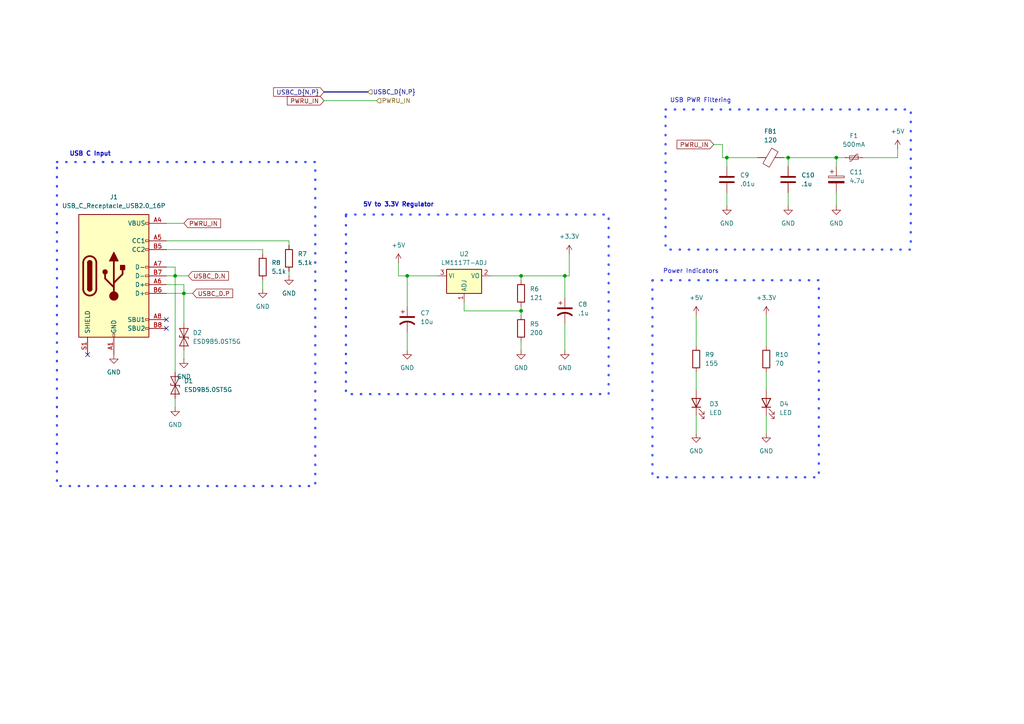
<source format=kicad_sch>
(kicad_sch
	(version 20231120)
	(generator "eeschema")
	(generator_version "8.0")
	(uuid "a0c802ff-db1b-4658-b546-46bdc8aabcb9")
	(paper "A4")
	(lib_symbols
		(symbol "Connector:USB_C_Receptacle_USB2.0_16P"
			(pin_names
				(offset 1.016)
			)
			(exclude_from_sim no)
			(in_bom yes)
			(on_board yes)
			(property "Reference" "J"
				(at 0 22.225 0)
				(effects
					(font
						(size 1.27 1.27)
					)
				)
			)
			(property "Value" "USB_C_Receptacle_USB2.0_16P"
				(at 0 19.685 0)
				(effects
					(font
						(size 1.27 1.27)
					)
				)
			)
			(property "Footprint" ""
				(at 3.81 0 0)
				(effects
					(font
						(size 1.27 1.27)
					)
					(hide yes)
				)
			)
			(property "Datasheet" "https://www.usb.org/sites/default/files/documents/usb_type-c.zip"
				(at 3.81 0 0)
				(effects
					(font
						(size 1.27 1.27)
					)
					(hide yes)
				)
			)
			(property "Description" "USB 2.0-only 16P Type-C Receptacle connector"
				(at 0 0 0)
				(effects
					(font
						(size 1.27 1.27)
					)
					(hide yes)
				)
			)
			(property "ki_keywords" "usb universal serial bus type-C USB2.0"
				(at 0 0 0)
				(effects
					(font
						(size 1.27 1.27)
					)
					(hide yes)
				)
			)
			(property "ki_fp_filters" "USB*C*Receptacle*"
				(at 0 0 0)
				(effects
					(font
						(size 1.27 1.27)
					)
					(hide yes)
				)
			)
			(symbol "USB_C_Receptacle_USB2.0_16P_0_0"
				(rectangle
					(start -0.254 -17.78)
					(end 0.254 -16.764)
					(stroke
						(width 0)
						(type default)
					)
					(fill
						(type none)
					)
				)
				(rectangle
					(start 10.16 -14.986)
					(end 9.144 -15.494)
					(stroke
						(width 0)
						(type default)
					)
					(fill
						(type none)
					)
				)
				(rectangle
					(start 10.16 -12.446)
					(end 9.144 -12.954)
					(stroke
						(width 0)
						(type default)
					)
					(fill
						(type none)
					)
				)
				(rectangle
					(start 10.16 -4.826)
					(end 9.144 -5.334)
					(stroke
						(width 0)
						(type default)
					)
					(fill
						(type none)
					)
				)
				(rectangle
					(start 10.16 -2.286)
					(end 9.144 -2.794)
					(stroke
						(width 0)
						(type default)
					)
					(fill
						(type none)
					)
				)
				(rectangle
					(start 10.16 0.254)
					(end 9.144 -0.254)
					(stroke
						(width 0)
						(type default)
					)
					(fill
						(type none)
					)
				)
				(rectangle
					(start 10.16 2.794)
					(end 9.144 2.286)
					(stroke
						(width 0)
						(type default)
					)
					(fill
						(type none)
					)
				)
				(rectangle
					(start 10.16 7.874)
					(end 9.144 7.366)
					(stroke
						(width 0)
						(type default)
					)
					(fill
						(type none)
					)
				)
				(rectangle
					(start 10.16 10.414)
					(end 9.144 9.906)
					(stroke
						(width 0)
						(type default)
					)
					(fill
						(type none)
					)
				)
				(rectangle
					(start 10.16 15.494)
					(end 9.144 14.986)
					(stroke
						(width 0)
						(type default)
					)
					(fill
						(type none)
					)
				)
			)
			(symbol "USB_C_Receptacle_USB2.0_16P_0_1"
				(rectangle
					(start -10.16 17.78)
					(end 10.16 -17.78)
					(stroke
						(width 0.254)
						(type default)
					)
					(fill
						(type background)
					)
				)
				(arc
					(start -8.89 -3.81)
					(mid -6.985 -5.7067)
					(end -5.08 -3.81)
					(stroke
						(width 0.508)
						(type default)
					)
					(fill
						(type none)
					)
				)
				(arc
					(start -7.62 -3.81)
					(mid -6.985 -4.4423)
					(end -6.35 -3.81)
					(stroke
						(width 0.254)
						(type default)
					)
					(fill
						(type none)
					)
				)
				(arc
					(start -7.62 -3.81)
					(mid -6.985 -4.4423)
					(end -6.35 -3.81)
					(stroke
						(width 0.254)
						(type default)
					)
					(fill
						(type outline)
					)
				)
				(rectangle
					(start -7.62 -3.81)
					(end -6.35 3.81)
					(stroke
						(width 0.254)
						(type default)
					)
					(fill
						(type outline)
					)
				)
				(arc
					(start -6.35 3.81)
					(mid -6.985 4.4423)
					(end -7.62 3.81)
					(stroke
						(width 0.254)
						(type default)
					)
					(fill
						(type none)
					)
				)
				(arc
					(start -6.35 3.81)
					(mid -6.985 4.4423)
					(end -7.62 3.81)
					(stroke
						(width 0.254)
						(type default)
					)
					(fill
						(type outline)
					)
				)
				(arc
					(start -5.08 3.81)
					(mid -6.985 5.7067)
					(end -8.89 3.81)
					(stroke
						(width 0.508)
						(type default)
					)
					(fill
						(type none)
					)
				)
				(circle
					(center -2.54 1.143)
					(radius 0.635)
					(stroke
						(width 0.254)
						(type default)
					)
					(fill
						(type outline)
					)
				)
				(circle
					(center 0 -5.842)
					(radius 1.27)
					(stroke
						(width 0)
						(type default)
					)
					(fill
						(type outline)
					)
				)
				(polyline
					(pts
						(xy -8.89 -3.81) (xy -8.89 3.81)
					)
					(stroke
						(width 0.508)
						(type default)
					)
					(fill
						(type none)
					)
				)
				(polyline
					(pts
						(xy -5.08 3.81) (xy -5.08 -3.81)
					)
					(stroke
						(width 0.508)
						(type default)
					)
					(fill
						(type none)
					)
				)
				(polyline
					(pts
						(xy 0 -5.842) (xy 0 4.318)
					)
					(stroke
						(width 0.508)
						(type default)
					)
					(fill
						(type none)
					)
				)
				(polyline
					(pts
						(xy 0 -3.302) (xy -2.54 -0.762) (xy -2.54 0.508)
					)
					(stroke
						(width 0.508)
						(type default)
					)
					(fill
						(type none)
					)
				)
				(polyline
					(pts
						(xy 0 -2.032) (xy 2.54 0.508) (xy 2.54 1.778)
					)
					(stroke
						(width 0.508)
						(type default)
					)
					(fill
						(type none)
					)
				)
				(polyline
					(pts
						(xy -1.27 4.318) (xy 0 6.858) (xy 1.27 4.318) (xy -1.27 4.318)
					)
					(stroke
						(width 0.254)
						(type default)
					)
					(fill
						(type outline)
					)
				)
				(rectangle
					(start 1.905 1.778)
					(end 3.175 3.048)
					(stroke
						(width 0.254)
						(type default)
					)
					(fill
						(type outline)
					)
				)
			)
			(symbol "USB_C_Receptacle_USB2.0_16P_1_1"
				(pin passive line
					(at 0 -22.86 90)
					(length 5.08)
					(name "GND"
						(effects
							(font
								(size 1.27 1.27)
							)
						)
					)
					(number "A1"
						(effects
							(font
								(size 1.27 1.27)
							)
						)
					)
				)
				(pin passive line
					(at 0 -22.86 90)
					(length 5.08) hide
					(name "GND"
						(effects
							(font
								(size 1.27 1.27)
							)
						)
					)
					(number "A12"
						(effects
							(font
								(size 1.27 1.27)
							)
						)
					)
				)
				(pin passive line
					(at 15.24 15.24 180)
					(length 5.08)
					(name "VBUS"
						(effects
							(font
								(size 1.27 1.27)
							)
						)
					)
					(number "A4"
						(effects
							(font
								(size 1.27 1.27)
							)
						)
					)
				)
				(pin bidirectional line
					(at 15.24 10.16 180)
					(length 5.08)
					(name "CC1"
						(effects
							(font
								(size 1.27 1.27)
							)
						)
					)
					(number "A5"
						(effects
							(font
								(size 1.27 1.27)
							)
						)
					)
				)
				(pin bidirectional line
					(at 15.24 -2.54 180)
					(length 5.08)
					(name "D+"
						(effects
							(font
								(size 1.27 1.27)
							)
						)
					)
					(number "A6"
						(effects
							(font
								(size 1.27 1.27)
							)
						)
					)
				)
				(pin bidirectional line
					(at 15.24 2.54 180)
					(length 5.08)
					(name "D-"
						(effects
							(font
								(size 1.27 1.27)
							)
						)
					)
					(number "A7"
						(effects
							(font
								(size 1.27 1.27)
							)
						)
					)
				)
				(pin bidirectional line
					(at 15.24 -12.7 180)
					(length 5.08)
					(name "SBU1"
						(effects
							(font
								(size 1.27 1.27)
							)
						)
					)
					(number "A8"
						(effects
							(font
								(size 1.27 1.27)
							)
						)
					)
				)
				(pin passive line
					(at 15.24 15.24 180)
					(length 5.08) hide
					(name "VBUS"
						(effects
							(font
								(size 1.27 1.27)
							)
						)
					)
					(number "A9"
						(effects
							(font
								(size 1.27 1.27)
							)
						)
					)
				)
				(pin passive line
					(at 0 -22.86 90)
					(length 5.08) hide
					(name "GND"
						(effects
							(font
								(size 1.27 1.27)
							)
						)
					)
					(number "B1"
						(effects
							(font
								(size 1.27 1.27)
							)
						)
					)
				)
				(pin passive line
					(at 0 -22.86 90)
					(length 5.08) hide
					(name "GND"
						(effects
							(font
								(size 1.27 1.27)
							)
						)
					)
					(number "B12"
						(effects
							(font
								(size 1.27 1.27)
							)
						)
					)
				)
				(pin passive line
					(at 15.24 15.24 180)
					(length 5.08) hide
					(name "VBUS"
						(effects
							(font
								(size 1.27 1.27)
							)
						)
					)
					(number "B4"
						(effects
							(font
								(size 1.27 1.27)
							)
						)
					)
				)
				(pin bidirectional line
					(at 15.24 7.62 180)
					(length 5.08)
					(name "CC2"
						(effects
							(font
								(size 1.27 1.27)
							)
						)
					)
					(number "B5"
						(effects
							(font
								(size 1.27 1.27)
							)
						)
					)
				)
				(pin bidirectional line
					(at 15.24 -5.08 180)
					(length 5.08)
					(name "D+"
						(effects
							(font
								(size 1.27 1.27)
							)
						)
					)
					(number "B6"
						(effects
							(font
								(size 1.27 1.27)
							)
						)
					)
				)
				(pin bidirectional line
					(at 15.24 0 180)
					(length 5.08)
					(name "D-"
						(effects
							(font
								(size 1.27 1.27)
							)
						)
					)
					(number "B7"
						(effects
							(font
								(size 1.27 1.27)
							)
						)
					)
				)
				(pin bidirectional line
					(at 15.24 -15.24 180)
					(length 5.08)
					(name "SBU2"
						(effects
							(font
								(size 1.27 1.27)
							)
						)
					)
					(number "B8"
						(effects
							(font
								(size 1.27 1.27)
							)
						)
					)
				)
				(pin passive line
					(at 15.24 15.24 180)
					(length 5.08) hide
					(name "VBUS"
						(effects
							(font
								(size 1.27 1.27)
							)
						)
					)
					(number "B9"
						(effects
							(font
								(size 1.27 1.27)
							)
						)
					)
				)
				(pin passive line
					(at -7.62 -22.86 90)
					(length 5.08)
					(name "SHIELD"
						(effects
							(font
								(size 1.27 1.27)
							)
						)
					)
					(number "S1"
						(effects
							(font
								(size 1.27 1.27)
							)
						)
					)
				)
			)
		)
		(symbol "Device:C"
			(pin_numbers hide)
			(pin_names
				(offset 0.254)
			)
			(exclude_from_sim no)
			(in_bom yes)
			(on_board yes)
			(property "Reference" "C"
				(at 0.635 2.54 0)
				(effects
					(font
						(size 1.27 1.27)
					)
					(justify left)
				)
			)
			(property "Value" "C"
				(at 0.635 -2.54 0)
				(effects
					(font
						(size 1.27 1.27)
					)
					(justify left)
				)
			)
			(property "Footprint" ""
				(at 0.9652 -3.81 0)
				(effects
					(font
						(size 1.27 1.27)
					)
					(hide yes)
				)
			)
			(property "Datasheet" "~"
				(at 0 0 0)
				(effects
					(font
						(size 1.27 1.27)
					)
					(hide yes)
				)
			)
			(property "Description" "Unpolarized capacitor"
				(at 0 0 0)
				(effects
					(font
						(size 1.27 1.27)
					)
					(hide yes)
				)
			)
			(property "ki_keywords" "cap capacitor"
				(at 0 0 0)
				(effects
					(font
						(size 1.27 1.27)
					)
					(hide yes)
				)
			)
			(property "ki_fp_filters" "C_*"
				(at 0 0 0)
				(effects
					(font
						(size 1.27 1.27)
					)
					(hide yes)
				)
			)
			(symbol "C_0_1"
				(polyline
					(pts
						(xy -2.032 -0.762) (xy 2.032 -0.762)
					)
					(stroke
						(width 0.508)
						(type default)
					)
					(fill
						(type none)
					)
				)
				(polyline
					(pts
						(xy -2.032 0.762) (xy 2.032 0.762)
					)
					(stroke
						(width 0.508)
						(type default)
					)
					(fill
						(type none)
					)
				)
			)
			(symbol "C_1_1"
				(pin passive line
					(at 0 3.81 270)
					(length 2.794)
					(name "~"
						(effects
							(font
								(size 1.27 1.27)
							)
						)
					)
					(number "1"
						(effects
							(font
								(size 1.27 1.27)
							)
						)
					)
				)
				(pin passive line
					(at 0 -3.81 90)
					(length 2.794)
					(name "~"
						(effects
							(font
								(size 1.27 1.27)
							)
						)
					)
					(number "2"
						(effects
							(font
								(size 1.27 1.27)
							)
						)
					)
				)
			)
		)
		(symbol "Device:C_Polarized"
			(pin_numbers hide)
			(pin_names
				(offset 0.254)
			)
			(exclude_from_sim no)
			(in_bom yes)
			(on_board yes)
			(property "Reference" "C"
				(at 0.635 2.54 0)
				(effects
					(font
						(size 1.27 1.27)
					)
					(justify left)
				)
			)
			(property "Value" "C_Polarized"
				(at 0.635 -2.54 0)
				(effects
					(font
						(size 1.27 1.27)
					)
					(justify left)
				)
			)
			(property "Footprint" ""
				(at 0.9652 -3.81 0)
				(effects
					(font
						(size 1.27 1.27)
					)
					(hide yes)
				)
			)
			(property "Datasheet" "~"
				(at 0 0 0)
				(effects
					(font
						(size 1.27 1.27)
					)
					(hide yes)
				)
			)
			(property "Description" "Polarized capacitor"
				(at 0 0 0)
				(effects
					(font
						(size 1.27 1.27)
					)
					(hide yes)
				)
			)
			(property "ki_keywords" "cap capacitor"
				(at 0 0 0)
				(effects
					(font
						(size 1.27 1.27)
					)
					(hide yes)
				)
			)
			(property "ki_fp_filters" "CP_*"
				(at 0 0 0)
				(effects
					(font
						(size 1.27 1.27)
					)
					(hide yes)
				)
			)
			(symbol "C_Polarized_0_1"
				(rectangle
					(start -2.286 0.508)
					(end 2.286 1.016)
					(stroke
						(width 0)
						(type default)
					)
					(fill
						(type none)
					)
				)
				(polyline
					(pts
						(xy -1.778 2.286) (xy -0.762 2.286)
					)
					(stroke
						(width 0)
						(type default)
					)
					(fill
						(type none)
					)
				)
				(polyline
					(pts
						(xy -1.27 2.794) (xy -1.27 1.778)
					)
					(stroke
						(width 0)
						(type default)
					)
					(fill
						(type none)
					)
				)
				(rectangle
					(start 2.286 -0.508)
					(end -2.286 -1.016)
					(stroke
						(width 0)
						(type default)
					)
					(fill
						(type outline)
					)
				)
			)
			(symbol "C_Polarized_1_1"
				(pin passive line
					(at 0 3.81 270)
					(length 2.794)
					(name "~"
						(effects
							(font
								(size 1.27 1.27)
							)
						)
					)
					(number "1"
						(effects
							(font
								(size 1.27 1.27)
							)
						)
					)
				)
				(pin passive line
					(at 0 -3.81 90)
					(length 2.794)
					(name "~"
						(effects
							(font
								(size 1.27 1.27)
							)
						)
					)
					(number "2"
						(effects
							(font
								(size 1.27 1.27)
							)
						)
					)
				)
			)
		)
		(symbol "Device:C_Polarized_US"
			(pin_numbers hide)
			(pin_names
				(offset 0.254) hide)
			(exclude_from_sim no)
			(in_bom yes)
			(on_board yes)
			(property "Reference" "C"
				(at 0.635 2.54 0)
				(effects
					(font
						(size 1.27 1.27)
					)
					(justify left)
				)
			)
			(property "Value" "C_Polarized_US"
				(at 0.635 -2.54 0)
				(effects
					(font
						(size 1.27 1.27)
					)
					(justify left)
				)
			)
			(property "Footprint" ""
				(at 0 0 0)
				(effects
					(font
						(size 1.27 1.27)
					)
					(hide yes)
				)
			)
			(property "Datasheet" "~"
				(at 0 0 0)
				(effects
					(font
						(size 1.27 1.27)
					)
					(hide yes)
				)
			)
			(property "Description" "Polarized capacitor, US symbol"
				(at 0 0 0)
				(effects
					(font
						(size 1.27 1.27)
					)
					(hide yes)
				)
			)
			(property "ki_keywords" "cap capacitor"
				(at 0 0 0)
				(effects
					(font
						(size 1.27 1.27)
					)
					(hide yes)
				)
			)
			(property "ki_fp_filters" "CP_*"
				(at 0 0 0)
				(effects
					(font
						(size 1.27 1.27)
					)
					(hide yes)
				)
			)
			(symbol "C_Polarized_US_0_1"
				(polyline
					(pts
						(xy -2.032 0.762) (xy 2.032 0.762)
					)
					(stroke
						(width 0.508)
						(type default)
					)
					(fill
						(type none)
					)
				)
				(polyline
					(pts
						(xy -1.778 2.286) (xy -0.762 2.286)
					)
					(stroke
						(width 0)
						(type default)
					)
					(fill
						(type none)
					)
				)
				(polyline
					(pts
						(xy -1.27 1.778) (xy -1.27 2.794)
					)
					(stroke
						(width 0)
						(type default)
					)
					(fill
						(type none)
					)
				)
				(arc
					(start 2.032 -1.27)
					(mid 0 -0.5572)
					(end -2.032 -1.27)
					(stroke
						(width 0.508)
						(type default)
					)
					(fill
						(type none)
					)
				)
			)
			(symbol "C_Polarized_US_1_1"
				(pin passive line
					(at 0 3.81 270)
					(length 2.794)
					(name "~"
						(effects
							(font
								(size 1.27 1.27)
							)
						)
					)
					(number "1"
						(effects
							(font
								(size 1.27 1.27)
							)
						)
					)
				)
				(pin passive line
					(at 0 -3.81 90)
					(length 3.302)
					(name "~"
						(effects
							(font
								(size 1.27 1.27)
							)
						)
					)
					(number "2"
						(effects
							(font
								(size 1.27 1.27)
							)
						)
					)
				)
			)
		)
		(symbol "Device:FerriteBead"
			(pin_numbers hide)
			(pin_names
				(offset 0)
			)
			(exclude_from_sim no)
			(in_bom yes)
			(on_board yes)
			(property "Reference" "FB"
				(at -3.81 0.635 90)
				(effects
					(font
						(size 1.27 1.27)
					)
				)
			)
			(property "Value" "FerriteBead"
				(at 3.81 0 90)
				(effects
					(font
						(size 1.27 1.27)
					)
				)
			)
			(property "Footprint" ""
				(at -1.778 0 90)
				(effects
					(font
						(size 1.27 1.27)
					)
					(hide yes)
				)
			)
			(property "Datasheet" "~"
				(at 0 0 0)
				(effects
					(font
						(size 1.27 1.27)
					)
					(hide yes)
				)
			)
			(property "Description" "Ferrite bead"
				(at 0 0 0)
				(effects
					(font
						(size 1.27 1.27)
					)
					(hide yes)
				)
			)
			(property "ki_keywords" "L ferrite bead inductor filter"
				(at 0 0 0)
				(effects
					(font
						(size 1.27 1.27)
					)
					(hide yes)
				)
			)
			(property "ki_fp_filters" "Inductor_* L_* *Ferrite*"
				(at 0 0 0)
				(effects
					(font
						(size 1.27 1.27)
					)
					(hide yes)
				)
			)
			(symbol "FerriteBead_0_1"
				(polyline
					(pts
						(xy 0 -1.27) (xy 0 -1.2192)
					)
					(stroke
						(width 0)
						(type default)
					)
					(fill
						(type none)
					)
				)
				(polyline
					(pts
						(xy 0 1.27) (xy 0 1.2954)
					)
					(stroke
						(width 0)
						(type default)
					)
					(fill
						(type none)
					)
				)
				(polyline
					(pts
						(xy -2.7686 0.4064) (xy -1.7018 2.2606) (xy 2.7686 -0.3048) (xy 1.6764 -2.159) (xy -2.7686 0.4064)
					)
					(stroke
						(width 0)
						(type default)
					)
					(fill
						(type none)
					)
				)
			)
			(symbol "FerriteBead_1_1"
				(pin passive line
					(at 0 3.81 270)
					(length 2.54)
					(name "~"
						(effects
							(font
								(size 1.27 1.27)
							)
						)
					)
					(number "1"
						(effects
							(font
								(size 1.27 1.27)
							)
						)
					)
				)
				(pin passive line
					(at 0 -3.81 90)
					(length 2.54)
					(name "~"
						(effects
							(font
								(size 1.27 1.27)
							)
						)
					)
					(number "2"
						(effects
							(font
								(size 1.27 1.27)
							)
						)
					)
				)
			)
		)
		(symbol "Device:LED"
			(pin_numbers hide)
			(pin_names
				(offset 1.016) hide)
			(exclude_from_sim no)
			(in_bom yes)
			(on_board yes)
			(property "Reference" "D"
				(at 0 2.54 0)
				(effects
					(font
						(size 1.27 1.27)
					)
				)
			)
			(property "Value" "LED"
				(at 0 -2.54 0)
				(effects
					(font
						(size 1.27 1.27)
					)
				)
			)
			(property "Footprint" ""
				(at 0 0 0)
				(effects
					(font
						(size 1.27 1.27)
					)
					(hide yes)
				)
			)
			(property "Datasheet" "~"
				(at 0 0 0)
				(effects
					(font
						(size 1.27 1.27)
					)
					(hide yes)
				)
			)
			(property "Description" "Light emitting diode"
				(at 0 0 0)
				(effects
					(font
						(size 1.27 1.27)
					)
					(hide yes)
				)
			)
			(property "ki_keywords" "LED diode"
				(at 0 0 0)
				(effects
					(font
						(size 1.27 1.27)
					)
					(hide yes)
				)
			)
			(property "ki_fp_filters" "LED* LED_SMD:* LED_THT:*"
				(at 0 0 0)
				(effects
					(font
						(size 1.27 1.27)
					)
					(hide yes)
				)
			)
			(symbol "LED_0_1"
				(polyline
					(pts
						(xy -1.27 -1.27) (xy -1.27 1.27)
					)
					(stroke
						(width 0.254)
						(type default)
					)
					(fill
						(type none)
					)
				)
				(polyline
					(pts
						(xy -1.27 0) (xy 1.27 0)
					)
					(stroke
						(width 0)
						(type default)
					)
					(fill
						(type none)
					)
				)
				(polyline
					(pts
						(xy 1.27 -1.27) (xy 1.27 1.27) (xy -1.27 0) (xy 1.27 -1.27)
					)
					(stroke
						(width 0.254)
						(type default)
					)
					(fill
						(type none)
					)
				)
				(polyline
					(pts
						(xy -3.048 -0.762) (xy -4.572 -2.286) (xy -3.81 -2.286) (xy -4.572 -2.286) (xy -4.572 -1.524)
					)
					(stroke
						(width 0)
						(type default)
					)
					(fill
						(type none)
					)
				)
				(polyline
					(pts
						(xy -1.778 -0.762) (xy -3.302 -2.286) (xy -2.54 -2.286) (xy -3.302 -2.286) (xy -3.302 -1.524)
					)
					(stroke
						(width 0)
						(type default)
					)
					(fill
						(type none)
					)
				)
			)
			(symbol "LED_1_1"
				(pin passive line
					(at -3.81 0 0)
					(length 2.54)
					(name "K"
						(effects
							(font
								(size 1.27 1.27)
							)
						)
					)
					(number "1"
						(effects
							(font
								(size 1.27 1.27)
							)
						)
					)
				)
				(pin passive line
					(at 3.81 0 180)
					(length 2.54)
					(name "A"
						(effects
							(font
								(size 1.27 1.27)
							)
						)
					)
					(number "2"
						(effects
							(font
								(size 1.27 1.27)
							)
						)
					)
				)
			)
		)
		(symbol "Device:Polyfuse_Small"
			(pin_numbers hide)
			(pin_names
				(offset 0)
			)
			(exclude_from_sim no)
			(in_bom yes)
			(on_board yes)
			(property "Reference" "F"
				(at -1.905 0 90)
				(effects
					(font
						(size 1.27 1.27)
					)
				)
			)
			(property "Value" "Polyfuse_Small"
				(at 1.905 0 90)
				(effects
					(font
						(size 1.27 1.27)
					)
				)
			)
			(property "Footprint" ""
				(at 1.27 -5.08 0)
				(effects
					(font
						(size 1.27 1.27)
					)
					(justify left)
					(hide yes)
				)
			)
			(property "Datasheet" "~"
				(at 0 0 0)
				(effects
					(font
						(size 1.27 1.27)
					)
					(hide yes)
				)
			)
			(property "Description" "Resettable fuse, polymeric positive temperature coefficient, small symbol"
				(at 0 0 0)
				(effects
					(font
						(size 1.27 1.27)
					)
					(hide yes)
				)
			)
			(property "ki_keywords" "resettable fuse PTC PPTC polyfuse polyswitch"
				(at 0 0 0)
				(effects
					(font
						(size 1.27 1.27)
					)
					(hide yes)
				)
			)
			(property "ki_fp_filters" "*polyfuse* *PTC*"
				(at 0 0 0)
				(effects
					(font
						(size 1.27 1.27)
					)
					(hide yes)
				)
			)
			(symbol "Polyfuse_Small_0_1"
				(rectangle
					(start -0.508 1.27)
					(end 0.508 -1.27)
					(stroke
						(width 0)
						(type default)
					)
					(fill
						(type none)
					)
				)
				(polyline
					(pts
						(xy 0 2.54) (xy 0 -2.54)
					)
					(stroke
						(width 0)
						(type default)
					)
					(fill
						(type none)
					)
				)
				(polyline
					(pts
						(xy -1.016 1.27) (xy -1.016 0.762) (xy 1.016 -0.762) (xy 1.016 -1.27)
					)
					(stroke
						(width 0)
						(type default)
					)
					(fill
						(type none)
					)
				)
			)
			(symbol "Polyfuse_Small_1_1"
				(pin passive line
					(at 0 2.54 270)
					(length 0.635)
					(name "~"
						(effects
							(font
								(size 1.27 1.27)
							)
						)
					)
					(number "1"
						(effects
							(font
								(size 1.27 1.27)
							)
						)
					)
				)
				(pin passive line
					(at 0 -2.54 90)
					(length 0.635)
					(name "~"
						(effects
							(font
								(size 1.27 1.27)
							)
						)
					)
					(number "2"
						(effects
							(font
								(size 1.27 1.27)
							)
						)
					)
				)
			)
		)
		(symbol "Device:R"
			(pin_numbers hide)
			(pin_names
				(offset 0)
			)
			(exclude_from_sim no)
			(in_bom yes)
			(on_board yes)
			(property "Reference" "R"
				(at 2.032 0 90)
				(effects
					(font
						(size 1.27 1.27)
					)
				)
			)
			(property "Value" "R"
				(at 0 0 90)
				(effects
					(font
						(size 1.27 1.27)
					)
				)
			)
			(property "Footprint" ""
				(at -1.778 0 90)
				(effects
					(font
						(size 1.27 1.27)
					)
					(hide yes)
				)
			)
			(property "Datasheet" "~"
				(at 0 0 0)
				(effects
					(font
						(size 1.27 1.27)
					)
					(hide yes)
				)
			)
			(property "Description" "Resistor"
				(at 0 0 0)
				(effects
					(font
						(size 1.27 1.27)
					)
					(hide yes)
				)
			)
			(property "ki_keywords" "R res resistor"
				(at 0 0 0)
				(effects
					(font
						(size 1.27 1.27)
					)
					(hide yes)
				)
			)
			(property "ki_fp_filters" "R_*"
				(at 0 0 0)
				(effects
					(font
						(size 1.27 1.27)
					)
					(hide yes)
				)
			)
			(symbol "R_0_1"
				(rectangle
					(start -1.016 -2.54)
					(end 1.016 2.54)
					(stroke
						(width 0.254)
						(type default)
					)
					(fill
						(type none)
					)
				)
			)
			(symbol "R_1_1"
				(pin passive line
					(at 0 3.81 270)
					(length 1.27)
					(name "~"
						(effects
							(font
								(size 1.27 1.27)
							)
						)
					)
					(number "1"
						(effects
							(font
								(size 1.27 1.27)
							)
						)
					)
				)
				(pin passive line
					(at 0 -3.81 90)
					(length 1.27)
					(name "~"
						(effects
							(font
								(size 1.27 1.27)
							)
						)
					)
					(number "2"
						(effects
							(font
								(size 1.27 1.27)
							)
						)
					)
				)
			)
		)
		(symbol "Diode:ESD9B5.0ST5G"
			(pin_numbers hide)
			(pin_names
				(offset 1.016) hide)
			(exclude_from_sim no)
			(in_bom yes)
			(on_board yes)
			(property "Reference" "D"
				(at 0 2.54 0)
				(effects
					(font
						(size 1.27 1.27)
					)
				)
			)
			(property "Value" "ESD9B5.0ST5G"
				(at 0 -2.54 0)
				(effects
					(font
						(size 1.27 1.27)
					)
				)
			)
			(property "Footprint" "Diode_SMD:D_SOD-923"
				(at 0 0 0)
				(effects
					(font
						(size 1.27 1.27)
					)
					(hide yes)
				)
			)
			(property "Datasheet" "https://www.onsemi.com/pub/Collateral/ESD9B-D.PDF"
				(at 0 0 0)
				(effects
					(font
						(size 1.27 1.27)
					)
					(hide yes)
				)
			)
			(property "Description" "ESD protection diode, 5.0Vrwm, SOD-923"
				(at 0 0 0)
				(effects
					(font
						(size 1.27 1.27)
					)
					(hide yes)
				)
			)
			(property "ki_keywords" "diode TVS ESD"
				(at 0 0 0)
				(effects
					(font
						(size 1.27 1.27)
					)
					(hide yes)
				)
			)
			(property "ki_fp_filters" "D*SOD?923*"
				(at 0 0 0)
				(effects
					(font
						(size 1.27 1.27)
					)
					(hide yes)
				)
			)
			(symbol "ESD9B5.0ST5G_0_1"
				(polyline
					(pts
						(xy 1.27 0) (xy -1.27 0)
					)
					(stroke
						(width 0)
						(type default)
					)
					(fill
						(type none)
					)
				)
				(polyline
					(pts
						(xy -2.54 -1.27) (xy 0 0) (xy -2.54 1.27) (xy -2.54 -1.27)
					)
					(stroke
						(width 0.2032)
						(type default)
					)
					(fill
						(type none)
					)
				)
				(polyline
					(pts
						(xy 0.508 1.27) (xy 0 1.27) (xy 0 -1.27) (xy -0.508 -1.27)
					)
					(stroke
						(width 0.2032)
						(type default)
					)
					(fill
						(type none)
					)
				)
				(polyline
					(pts
						(xy 2.54 1.27) (xy 2.54 -1.27) (xy 0 0) (xy 2.54 1.27)
					)
					(stroke
						(width 0.2032)
						(type default)
					)
					(fill
						(type none)
					)
				)
			)
			(symbol "ESD9B5.0ST5G_1_1"
				(pin passive line
					(at -3.81 0 0)
					(length 2.54)
					(name "A1"
						(effects
							(font
								(size 1.27 1.27)
							)
						)
					)
					(number "1"
						(effects
							(font
								(size 1.27 1.27)
							)
						)
					)
				)
				(pin passive line
					(at 3.81 0 180)
					(length 2.54)
					(name "A2"
						(effects
							(font
								(size 1.27 1.27)
							)
						)
					)
					(number "2"
						(effects
							(font
								(size 1.27 1.27)
							)
						)
					)
				)
			)
		)
		(symbol "Regulator_Linear:LM1117T-ADJ"
			(exclude_from_sim no)
			(in_bom yes)
			(on_board yes)
			(property "Reference" "U"
				(at -3.81 3.175 0)
				(effects
					(font
						(size 1.27 1.27)
					)
				)
			)
			(property "Value" "LM1117T-ADJ"
				(at 0 3.175 0)
				(effects
					(font
						(size 1.27 1.27)
					)
					(justify left)
				)
			)
			(property "Footprint" "Package_TO_SOT_THT:TO-220-3_Horizontal_TabDown"
				(at 0 0 0)
				(effects
					(font
						(size 1.27 1.27)
					)
					(hide yes)
				)
			)
			(property "Datasheet" "http://www.ti.com/lit/ds/symlink/lm1117.pdf"
				(at 0 0 0)
				(effects
					(font
						(size 1.27 1.27)
					)
					(hide yes)
				)
			)
			(property "Description" "800mA Low-Dropout Linear Regulator, adjustable output, TO-220"
				(at 0 0 0)
				(effects
					(font
						(size 1.27 1.27)
					)
					(hide yes)
				)
			)
			(property "ki_keywords" "linear regulator ldo adjustable positive"
				(at 0 0 0)
				(effects
					(font
						(size 1.27 1.27)
					)
					(hide yes)
				)
			)
			(property "ki_fp_filters" "TO?220*"
				(at 0 0 0)
				(effects
					(font
						(size 1.27 1.27)
					)
					(hide yes)
				)
			)
			(symbol "LM1117T-ADJ_0_1"
				(rectangle
					(start -5.08 -5.08)
					(end 5.08 1.905)
					(stroke
						(width 0.254)
						(type default)
					)
					(fill
						(type background)
					)
				)
			)
			(symbol "LM1117T-ADJ_1_1"
				(pin input line
					(at 0 -7.62 90)
					(length 2.54)
					(name "ADJ"
						(effects
							(font
								(size 1.27 1.27)
							)
						)
					)
					(number "1"
						(effects
							(font
								(size 1.27 1.27)
							)
						)
					)
				)
				(pin power_out line
					(at 7.62 0 180)
					(length 2.54)
					(name "VO"
						(effects
							(font
								(size 1.27 1.27)
							)
						)
					)
					(number "2"
						(effects
							(font
								(size 1.27 1.27)
							)
						)
					)
				)
				(pin power_in line
					(at -7.62 0 0)
					(length 2.54)
					(name "VI"
						(effects
							(font
								(size 1.27 1.27)
							)
						)
					)
					(number "3"
						(effects
							(font
								(size 1.27 1.27)
							)
						)
					)
				)
			)
		)
		(symbol "power:+3.3V"
			(power)
			(pin_numbers hide)
			(pin_names
				(offset 0) hide)
			(exclude_from_sim no)
			(in_bom yes)
			(on_board yes)
			(property "Reference" "#PWR"
				(at 0 -3.81 0)
				(effects
					(font
						(size 1.27 1.27)
					)
					(hide yes)
				)
			)
			(property "Value" "+3.3V"
				(at 0 3.556 0)
				(effects
					(font
						(size 1.27 1.27)
					)
				)
			)
			(property "Footprint" ""
				(at 0 0 0)
				(effects
					(font
						(size 1.27 1.27)
					)
					(hide yes)
				)
			)
			(property "Datasheet" ""
				(at 0 0 0)
				(effects
					(font
						(size 1.27 1.27)
					)
					(hide yes)
				)
			)
			(property "Description" "Power symbol creates a global label with name \"+3.3V\""
				(at 0 0 0)
				(effects
					(font
						(size 1.27 1.27)
					)
					(hide yes)
				)
			)
			(property "ki_keywords" "global power"
				(at 0 0 0)
				(effects
					(font
						(size 1.27 1.27)
					)
					(hide yes)
				)
			)
			(symbol "+3.3V_0_1"
				(polyline
					(pts
						(xy -0.762 1.27) (xy 0 2.54)
					)
					(stroke
						(width 0)
						(type default)
					)
					(fill
						(type none)
					)
				)
				(polyline
					(pts
						(xy 0 0) (xy 0 2.54)
					)
					(stroke
						(width 0)
						(type default)
					)
					(fill
						(type none)
					)
				)
				(polyline
					(pts
						(xy 0 2.54) (xy 0.762 1.27)
					)
					(stroke
						(width 0)
						(type default)
					)
					(fill
						(type none)
					)
				)
			)
			(symbol "+3.3V_1_1"
				(pin power_in line
					(at 0 0 90)
					(length 0)
					(name "~"
						(effects
							(font
								(size 1.27 1.27)
							)
						)
					)
					(number "1"
						(effects
							(font
								(size 1.27 1.27)
							)
						)
					)
				)
			)
		)
		(symbol "power:+5V"
			(power)
			(pin_numbers hide)
			(pin_names
				(offset 0) hide)
			(exclude_from_sim no)
			(in_bom yes)
			(on_board yes)
			(property "Reference" "#PWR"
				(at 0 -3.81 0)
				(effects
					(font
						(size 1.27 1.27)
					)
					(hide yes)
				)
			)
			(property "Value" "+5V"
				(at 0 3.556 0)
				(effects
					(font
						(size 1.27 1.27)
					)
				)
			)
			(property "Footprint" ""
				(at 0 0 0)
				(effects
					(font
						(size 1.27 1.27)
					)
					(hide yes)
				)
			)
			(property "Datasheet" ""
				(at 0 0 0)
				(effects
					(font
						(size 1.27 1.27)
					)
					(hide yes)
				)
			)
			(property "Description" "Power symbol creates a global label with name \"+5V\""
				(at 0 0 0)
				(effects
					(font
						(size 1.27 1.27)
					)
					(hide yes)
				)
			)
			(property "ki_keywords" "global power"
				(at 0 0 0)
				(effects
					(font
						(size 1.27 1.27)
					)
					(hide yes)
				)
			)
			(symbol "+5V_0_1"
				(polyline
					(pts
						(xy -0.762 1.27) (xy 0 2.54)
					)
					(stroke
						(width 0)
						(type default)
					)
					(fill
						(type none)
					)
				)
				(polyline
					(pts
						(xy 0 0) (xy 0 2.54)
					)
					(stroke
						(width 0)
						(type default)
					)
					(fill
						(type none)
					)
				)
				(polyline
					(pts
						(xy 0 2.54) (xy 0.762 1.27)
					)
					(stroke
						(width 0)
						(type default)
					)
					(fill
						(type none)
					)
				)
			)
			(symbol "+5V_1_1"
				(pin power_in line
					(at 0 0 90)
					(length 0)
					(name "~"
						(effects
							(font
								(size 1.27 1.27)
							)
						)
					)
					(number "1"
						(effects
							(font
								(size 1.27 1.27)
							)
						)
					)
				)
			)
		)
		(symbol "power:GND"
			(power)
			(pin_numbers hide)
			(pin_names
				(offset 0) hide)
			(exclude_from_sim no)
			(in_bom yes)
			(on_board yes)
			(property "Reference" "#PWR"
				(at 0 -6.35 0)
				(effects
					(font
						(size 1.27 1.27)
					)
					(hide yes)
				)
			)
			(property "Value" "GND"
				(at 0 -3.81 0)
				(effects
					(font
						(size 1.27 1.27)
					)
				)
			)
			(property "Footprint" ""
				(at 0 0 0)
				(effects
					(font
						(size 1.27 1.27)
					)
					(hide yes)
				)
			)
			(property "Datasheet" ""
				(at 0 0 0)
				(effects
					(font
						(size 1.27 1.27)
					)
					(hide yes)
				)
			)
			(property "Description" "Power symbol creates a global label with name \"GND\" , ground"
				(at 0 0 0)
				(effects
					(font
						(size 1.27 1.27)
					)
					(hide yes)
				)
			)
			(property "ki_keywords" "global power"
				(at 0 0 0)
				(effects
					(font
						(size 1.27 1.27)
					)
					(hide yes)
				)
			)
			(symbol "GND_0_1"
				(polyline
					(pts
						(xy 0 0) (xy 0 -1.27) (xy 1.27 -1.27) (xy 0 -2.54) (xy -1.27 -1.27) (xy 0 -1.27)
					)
					(stroke
						(width 0)
						(type default)
					)
					(fill
						(type none)
					)
				)
			)
			(symbol "GND_1_1"
				(pin power_in line
					(at 0 0 270)
					(length 0)
					(name "~"
						(effects
							(font
								(size 1.27 1.27)
							)
						)
					)
					(number "1"
						(effects
							(font
								(size 1.27 1.27)
							)
						)
					)
				)
			)
		)
	)
	(junction
		(at 118.11 80.01)
		(diameter 0)
		(color 0 0 0 0)
		(uuid "1fb97020-e7b1-484e-84cc-a0dce2cd03a2")
	)
	(junction
		(at 151.13 80.01)
		(diameter 0)
		(color 0 0 0 0)
		(uuid "41c8923c-7e10-4490-92bc-8999c9046307")
	)
	(junction
		(at 242.57 45.72)
		(diameter 0)
		(color 0 0 0 0)
		(uuid "4a2db4f8-47be-4676-a687-afba57ac8a5a")
	)
	(junction
		(at 151.13 90.17)
		(diameter 0)
		(color 0 0 0 0)
		(uuid "4d7f875c-4d87-4112-bf23-b29ac1d842ab")
	)
	(junction
		(at 228.6 45.72)
		(diameter 0)
		(color 0 0 0 0)
		(uuid "85f3f8a7-3860-4f9b-bf23-9f3c580cc5c3")
	)
	(junction
		(at 53.34 85.09)
		(diameter 0)
		(color 0 0 0 0)
		(uuid "cb620812-b957-4fce-b2cd-b58d3e0c08a2")
	)
	(junction
		(at 163.83 80.01)
		(diameter 0)
		(color 0 0 0 0)
		(uuid "ccf2e723-29ca-43fc-8539-8c3c560da278")
	)
	(junction
		(at 210.82 45.72)
		(diameter 0)
		(color 0 0 0 0)
		(uuid "f11f63e1-3ebb-4b88-8d5d-d774e90da003")
	)
	(junction
		(at 50.8 80.01)
		(diameter 0)
		(color 0 0 0 0)
		(uuid "f2b66c7e-7940-4775-a0e6-b2240b4e3206")
	)
	(no_connect
		(at 48.26 95.25)
		(uuid "5a5cbff9-5271-497b-8dc3-7eade6327d06")
	)
	(no_connect
		(at 48.26 92.71)
		(uuid "cc5853db-a344-4146-957b-9d8cce2e4582")
	)
	(no_connect
		(at 25.4 102.87)
		(uuid "cd24968a-12c4-4052-8659-80af5c8c7473")
	)
	(wire
		(pts
			(xy 48.26 64.77) (xy 53.34 64.77)
		)
		(stroke
			(width 0)
			(type default)
		)
		(uuid "08d02ae5-5e0e-4c74-86d8-77408894cf57")
	)
	(wire
		(pts
			(xy 118.11 80.01) (xy 118.11 88.9)
		)
		(stroke
			(width 0)
			(type default)
		)
		(uuid "090efce4-0661-4c0d-ad12-71e310e5a5ac")
	)
	(wire
		(pts
			(xy 50.8 115.57) (xy 50.8 118.11)
		)
		(stroke
			(width 0)
			(type default)
		)
		(uuid "0a7ee0f6-5e39-49ff-a01d-3f62d1577b39")
	)
	(wire
		(pts
			(xy 242.57 45.72) (xy 242.57 48.26)
		)
		(stroke
			(width 0)
			(type default)
		)
		(uuid "0b03eede-91d9-467d-b198-5728ad24bceb")
	)
	(wire
		(pts
			(xy 48.26 69.85) (xy 83.82 69.85)
		)
		(stroke
			(width 0)
			(type default)
		)
		(uuid "12a46830-a887-4849-9222-4623a3e7ca38")
	)
	(bus
		(pts
			(xy 93.98 26.67) (xy 106.68 26.67)
		)
		(stroke
			(width 0)
			(type default)
		)
		(uuid "17bd8b72-2ce1-4297-884c-c84c1d046e23")
	)
	(wire
		(pts
			(xy 222.25 91.44) (xy 222.25 100.33)
		)
		(stroke
			(width 0)
			(type default)
		)
		(uuid "2535fca7-89dd-4af0-84f7-3e903faaf238")
	)
	(wire
		(pts
			(xy 48.26 85.09) (xy 53.34 85.09)
		)
		(stroke
			(width 0)
			(type default)
		)
		(uuid "2a564b63-c484-4cf4-bb8b-933a1aaace61")
	)
	(wire
		(pts
			(xy 210.82 55.88) (xy 210.82 59.69)
		)
		(stroke
			(width 0)
			(type default)
		)
		(uuid "2c48afa8-b3b0-409c-86aa-ae86fbe4250d")
	)
	(wire
		(pts
			(xy 227.33 45.72) (xy 228.6 45.72)
		)
		(stroke
			(width 0)
			(type default)
		)
		(uuid "305a2357-3f7f-4181-83f1-7f2b71a47542")
	)
	(wire
		(pts
			(xy 151.13 99.06) (xy 151.13 101.6)
		)
		(stroke
			(width 0)
			(type default)
		)
		(uuid "3524cb89-e7fb-4789-a472-4161d4056b6b")
	)
	(wire
		(pts
			(xy 50.8 77.47) (xy 50.8 80.01)
		)
		(stroke
			(width 0)
			(type default)
		)
		(uuid "3d629d7f-1796-44a8-a1fd-cdd7a4f0e535")
	)
	(wire
		(pts
			(xy 118.11 80.01) (xy 115.57 80.01)
		)
		(stroke
			(width 0)
			(type default)
		)
		(uuid "421041b3-35cb-413b-a81f-8752dc89b106")
	)
	(wire
		(pts
			(xy 50.8 80.01) (xy 54.61 80.01)
		)
		(stroke
			(width 0)
			(type default)
		)
		(uuid "49372b59-4b36-4f65-9702-b7efc8e5bf1f")
	)
	(wire
		(pts
			(xy 151.13 88.9) (xy 151.13 90.17)
		)
		(stroke
			(width 0)
			(type default)
		)
		(uuid "53a9f4e2-d4b2-459d-bb1e-58401122375f")
	)
	(wire
		(pts
			(xy 83.82 78.74) (xy 83.82 80.01)
		)
		(stroke
			(width 0)
			(type default)
		)
		(uuid "582c1d57-cabf-4656-a426-4be72c24cc7a")
	)
	(wire
		(pts
			(xy 210.82 45.72) (xy 210.82 48.26)
		)
		(stroke
			(width 0)
			(type default)
		)
		(uuid "5ccea52c-eb18-4087-9cdd-bd682dc7b230")
	)
	(wire
		(pts
			(xy 76.2 81.28) (xy 76.2 83.82)
		)
		(stroke
			(width 0)
			(type default)
		)
		(uuid "5d0286b3-37e1-4e2d-808a-7b10ee865748")
	)
	(wire
		(pts
			(xy 53.34 82.55) (xy 53.34 85.09)
		)
		(stroke
			(width 0)
			(type default)
		)
		(uuid "5d04ae96-d6ab-4b9c-93bc-a7b0ea89dced")
	)
	(wire
		(pts
			(xy 163.83 80.01) (xy 163.83 86.36)
		)
		(stroke
			(width 0)
			(type default)
		)
		(uuid "5eb15440-cc4a-48b7-b237-c35314776baa")
	)
	(wire
		(pts
			(xy 210.82 45.72) (xy 219.71 45.72)
		)
		(stroke
			(width 0)
			(type default)
		)
		(uuid "608089df-7008-44a1-bd5a-78a2e3fb4668")
	)
	(wire
		(pts
			(xy 222.25 120.65) (xy 222.25 125.73)
		)
		(stroke
			(width 0)
			(type default)
		)
		(uuid "6d826022-061a-47ec-bfc8-e3aa70f3e8b2")
	)
	(wire
		(pts
			(xy 209.55 45.72) (xy 210.82 45.72)
		)
		(stroke
			(width 0)
			(type default)
		)
		(uuid "74c81eb7-f6df-4cd4-bdef-11781817cd31")
	)
	(wire
		(pts
			(xy 115.57 80.01) (xy 115.57 76.2)
		)
		(stroke
			(width 0)
			(type default)
		)
		(uuid "76d0273a-be32-4902-aa5f-d2d35d8bc1c4")
	)
	(wire
		(pts
			(xy 127 80.01) (xy 118.11 80.01)
		)
		(stroke
			(width 0)
			(type default)
		)
		(uuid "7757aa1b-d3e8-4539-b252-afac7ccc0013")
	)
	(wire
		(pts
			(xy 201.93 107.95) (xy 201.93 113.03)
		)
		(stroke
			(width 0)
			(type default)
		)
		(uuid "7ccb84e5-4ae2-4aba-b5ac-7cd1eafe3a70")
	)
	(wire
		(pts
			(xy 48.26 82.55) (xy 53.34 82.55)
		)
		(stroke
			(width 0)
			(type default)
		)
		(uuid "82598661-22c5-452d-98a7-28ed96120126")
	)
	(wire
		(pts
			(xy 134.62 87.63) (xy 134.62 90.17)
		)
		(stroke
			(width 0)
			(type default)
		)
		(uuid "828d88ef-3898-4c6f-87f5-9ae7ff45bed7")
	)
	(wire
		(pts
			(xy 228.6 45.72) (xy 242.57 45.72)
		)
		(stroke
			(width 0)
			(type default)
		)
		(uuid "8659bbb5-5d91-4f9a-bace-c18cd9421da1")
	)
	(wire
		(pts
			(xy 142.24 80.01) (xy 151.13 80.01)
		)
		(stroke
			(width 0)
			(type default)
		)
		(uuid "88a20f43-a56f-448a-b5aa-bc32e552a4e9")
	)
	(wire
		(pts
			(xy 228.6 55.88) (xy 228.6 59.69)
		)
		(stroke
			(width 0)
			(type default)
		)
		(uuid "8e02c99b-d1ab-4a47-9b77-091ff11ec55c")
	)
	(wire
		(pts
			(xy 53.34 85.09) (xy 55.88 85.09)
		)
		(stroke
			(width 0)
			(type default)
		)
		(uuid "969d9ebb-e7e7-42e7-83e4-3f72074455ca")
	)
	(wire
		(pts
			(xy 209.55 41.91) (xy 209.55 45.72)
		)
		(stroke
			(width 0)
			(type default)
		)
		(uuid "a0c1aaa6-dc96-4591-acaa-7bcea4e04f99")
	)
	(wire
		(pts
			(xy 165.1 80.01) (xy 165.1 73.66)
		)
		(stroke
			(width 0)
			(type default)
		)
		(uuid "a298d339-c6ec-4ecb-8967-e390fce546c8")
	)
	(wire
		(pts
			(xy 48.26 72.39) (xy 76.2 72.39)
		)
		(stroke
			(width 0)
			(type default)
		)
		(uuid "a55d5a87-bf5c-45b9-8478-1e2062c4eb92")
	)
	(wire
		(pts
			(xy 228.6 45.72) (xy 228.6 48.26)
		)
		(stroke
			(width 0)
			(type default)
		)
		(uuid "a65502ce-b096-4bb7-8961-5e34508b025a")
	)
	(wire
		(pts
			(xy 83.82 71.12) (xy 83.82 69.85)
		)
		(stroke
			(width 0)
			(type default)
		)
		(uuid "a7b3f5a7-bf33-464f-8a43-825a4606814b")
	)
	(wire
		(pts
			(xy 201.93 91.44) (xy 201.93 100.33)
		)
		(stroke
			(width 0)
			(type default)
		)
		(uuid "aa1bec05-3928-45cc-ae50-733efdd26669")
	)
	(wire
		(pts
			(xy 207.01 41.91) (xy 209.55 41.91)
		)
		(stroke
			(width 0)
			(type default)
		)
		(uuid "ad893e70-c9c8-464e-972c-eeace47cf99d")
	)
	(wire
		(pts
			(xy 53.34 101.6) (xy 53.34 104.14)
		)
		(stroke
			(width 0)
			(type default)
		)
		(uuid "b084e61c-cf1c-4d7b-a136-8c885dbd5a24")
	)
	(wire
		(pts
			(xy 118.11 96.52) (xy 118.11 101.6)
		)
		(stroke
			(width 0)
			(type default)
		)
		(uuid "b47a6865-4a3b-4405-892d-8d2e789a937b")
	)
	(wire
		(pts
			(xy 151.13 90.17) (xy 151.13 91.44)
		)
		(stroke
			(width 0)
			(type default)
		)
		(uuid "b564cc70-f377-4dc1-ae32-3e13bfa815c1")
	)
	(wire
		(pts
			(xy 201.93 120.65) (xy 201.93 125.73)
		)
		(stroke
			(width 0)
			(type default)
		)
		(uuid "baf0cf85-dd4d-478d-b668-458b8afc6d4b")
	)
	(wire
		(pts
			(xy 151.13 80.01) (xy 151.13 81.28)
		)
		(stroke
			(width 0)
			(type default)
		)
		(uuid "c39f4ec7-94f3-4ad2-a2f0-3b55e1eaeb80")
	)
	(wire
		(pts
			(xy 163.83 80.01) (xy 165.1 80.01)
		)
		(stroke
			(width 0)
			(type default)
		)
		(uuid "ce1f51ba-40d3-4523-a4c7-2c095f5ab77a")
	)
	(wire
		(pts
			(xy 48.26 80.01) (xy 50.8 80.01)
		)
		(stroke
			(width 0)
			(type default)
		)
		(uuid "ce236940-d55b-4b22-ae4a-209ae4aa088c")
	)
	(wire
		(pts
			(xy 53.34 85.09) (xy 53.34 93.98)
		)
		(stroke
			(width 0)
			(type default)
		)
		(uuid "d0ca9285-e973-43bb-b124-b13700284599")
	)
	(wire
		(pts
			(xy 242.57 45.72) (xy 245.11 45.72)
		)
		(stroke
			(width 0)
			(type default)
		)
		(uuid "d5bde173-ef2b-4eb5-953d-31a6110939d3")
	)
	(wire
		(pts
			(xy 151.13 80.01) (xy 163.83 80.01)
		)
		(stroke
			(width 0)
			(type default)
		)
		(uuid "dbfece31-63f9-4823-9849-19494856b39b")
	)
	(wire
		(pts
			(xy 260.35 45.72) (xy 260.35 43.18)
		)
		(stroke
			(width 0)
			(type default)
		)
		(uuid "dfd4a528-4558-4685-8b10-9d58e609c007")
	)
	(wire
		(pts
			(xy 222.25 107.95) (xy 222.25 113.03)
		)
		(stroke
			(width 0)
			(type default)
		)
		(uuid "e0198427-deca-4563-bb34-c8787adcb29e")
	)
	(wire
		(pts
			(xy 242.57 55.88) (xy 242.57 59.69)
		)
		(stroke
			(width 0)
			(type default)
		)
		(uuid "e235f8ec-af55-457a-83ff-f02f0814a4a0")
	)
	(wire
		(pts
			(xy 50.8 80.01) (xy 50.8 107.95)
		)
		(stroke
			(width 0)
			(type default)
		)
		(uuid "ef967a11-4bf5-45e4-9608-9ef48f61ef45")
	)
	(wire
		(pts
			(xy 163.83 93.98) (xy 163.83 101.6)
		)
		(stroke
			(width 0)
			(type default)
		)
		(uuid "f575517d-0bb2-4028-80bd-6bee1c7a878d")
	)
	(wire
		(pts
			(xy 134.62 90.17) (xy 151.13 90.17)
		)
		(stroke
			(width 0)
			(type default)
		)
		(uuid "f692860d-02fc-4ef2-bb76-0f870a9db7c3")
	)
	(wire
		(pts
			(xy 48.26 77.47) (xy 50.8 77.47)
		)
		(stroke
			(width 0)
			(type default)
		)
		(uuid "f750d927-fc14-4e0a-8c78-b02352255bfb")
	)
	(wire
		(pts
			(xy 250.19 45.72) (xy 260.35 45.72)
		)
		(stroke
			(width 0)
			(type default)
		)
		(uuid "f7652b20-0c17-424f-abfc-ad1266fccce1")
	)
	(wire
		(pts
			(xy 93.98 29.21) (xy 109.22 29.21)
		)
		(stroke
			(width 0)
			(type default)
		)
		(uuid "fbbb9964-4672-4a98-9826-13384b4a0c0a")
	)
	(wire
		(pts
			(xy 76.2 73.66) (xy 76.2 72.39)
		)
		(stroke
			(width 0)
			(type default)
		)
		(uuid "fc0352ba-3f28-4c01-9a7a-3c4284824675")
	)
	(rectangle
		(start 100.33 62.23)
		(end 176.53 114.3)
		(stroke
			(width 0.635)
			(type dot)
			(color 46 70 255 1)
		)
		(fill
			(type none)
		)
		(uuid 23288fcc-586a-4dc3-a5fa-1ae8ad04632a)
	)
	(rectangle
		(start 189.23 81.28)
		(end 237.49 138.43)
		(stroke
			(width 0.635)
			(type dot)
			(color 46 70 255 1)
		)
		(fill
			(type none)
		)
		(uuid 3b0c201a-790e-4f0b-b958-fcd1d76eb4b7)
	)
	(rectangle
		(start 16.51 46.99)
		(end 91.44 140.97)
		(stroke
			(width 0.635)
			(type dot)
			(color 46 70 255 1)
		)
		(fill
			(type none)
		)
		(uuid cd09d892-8f20-4a14-ba28-7033527a6f6d)
	)
	(rectangle
		(start 193.04 31.75)
		(end 264.16 72.39)
		(stroke
			(width 0.635)
			(type dot)
			(color 46 70 255 1)
		)
		(fill
			(type none)
		)
		(uuid e04ef431-8481-4694-aa44-70adcef970d6)
	)
	(text "Power Indicators\n"
		(exclude_from_sim no)
		(at 200.406 78.74 0)
		(effects
			(font
				(size 1.27 1.27)
			)
		)
		(uuid "27d6641a-ff87-4723-a9b2-38a290d00bed")
	)
	(text "USB C Input"
		(exclude_from_sim no)
		(at 26.162 44.704 0)
		(effects
			(font
				(size 1.27 1.27)
				(thickness 0.254)
				(bold yes)
			)
		)
		(uuid "80b2328b-2bba-4037-8e5e-8dba88d7fbba")
	)
	(text "USB PWR Filtering\n"
		(exclude_from_sim no)
		(at 203.2 29.21 0)
		(effects
			(font
				(size 1.27 1.27)
			)
		)
		(uuid "867bc0a3-c18c-4253-9e2b-3a7599b7378a")
	)
	(text "5V to 3.3V Regulator"
		(exclude_from_sim no)
		(at 115.57 59.436 0)
		(effects
			(font
				(size 1.27 1.27)
				(thickness 0.254)
				(bold yes)
			)
		)
		(uuid "c6a8db52-b488-48b6-a9e7-307325b19549")
	)
	(global_label "PWRU_IN"
		(shape input)
		(at 207.01 41.91 180)
		(fields_autoplaced yes)
		(effects
			(font
				(size 1.27 1.27)
			)
			(justify right)
		)
		(uuid "001a31e3-6407-4dad-833f-acd613882ffd")
		(property "Intersheetrefs" "${INTERSHEET_REFS}"
			(at 195.8 41.91 0)
			(effects
				(font
					(size 1.27 1.27)
				)
				(justify right)
				(hide yes)
			)
		)
	)
	(global_label "PWRU_IN"
		(shape input)
		(at 93.98 29.21 180)
		(fields_autoplaced yes)
		(effects
			(font
				(size 1.27 1.27)
			)
			(justify right)
		)
		(uuid "0654e630-c883-4aad-b733-3b551cee3733")
		(property "Intersheetrefs" "${INTERSHEET_REFS}"
			(at 82.77 29.21 0)
			(effects
				(font
					(size 1.27 1.27)
				)
				(justify right)
				(hide yes)
			)
		)
	)
	(global_label "USBC_D.N"
		(shape input)
		(at 54.61 80.01 0)
		(fields_autoplaced yes)
		(effects
			(font
				(size 1.27 1.27)
			)
			(justify left)
		)
		(uuid "3b8cc963-d9ed-47da-8a9d-933e1b126c4d")
		(property "Intersheetrefs" "${INTERSHEET_REFS}"
			(at 66.8481 80.01 0)
			(effects
				(font
					(size 1.27 1.27)
				)
				(justify left)
				(hide yes)
			)
		)
	)
	(global_label "PWRU_IN"
		(shape input)
		(at 53.34 64.77 0)
		(fields_autoplaced yes)
		(effects
			(font
				(size 1.27 1.27)
				(thickness 0.1588)
			)
			(justify left)
		)
		(uuid "765de8b9-df64-424e-ac23-a5173478405e")
		(property "Intersheetrefs" "${INTERSHEET_REFS}"
			(at 64.55 64.77 0)
			(effects
				(font
					(size 1.27 1.27)
				)
				(justify left)
				(hide yes)
			)
		)
	)
	(global_label "USBC_D{N,P}"
		(shape input)
		(at 93.98 26.67 180)
		(fields_autoplaced yes)
		(effects
			(font
				(size 1.27 1.27)
			)
			(justify right)
		)
		(uuid "a232cf26-6298-40b2-808c-5a7fc48ada7e")
		(property "Intersheetrefs" "${INTERSHEET_REFS}"
			(at 78.7785 26.67 0)
			(effects
				(font
					(size 1.27 1.27)
				)
				(justify right)
				(hide yes)
			)
		)
	)
	(global_label "USBC_D.P"
		(shape input)
		(at 55.88 85.09 0)
		(fields_autoplaced yes)
		(effects
			(font
				(size 1.27 1.27)
			)
			(justify left)
		)
		(uuid "e046dea8-7416-4c1e-a1ea-e03e3e4f5d44")
		(property "Intersheetrefs" "${INTERSHEET_REFS}"
			(at 68.0576 85.09 0)
			(effects
				(font
					(size 1.27 1.27)
				)
				(justify left)
				(hide yes)
			)
		)
	)
	(hierarchical_label "USBC_D{N,P}"
		(shape input)
		(at 106.68 26.67 0)
		(effects
			(font
				(size 1.27 1.27)
			)
			(justify left)
		)
		(uuid "9eb03cb3-429a-44bb-a554-3d715280fd78")
	)
	(hierarchical_label "PWRU_IN"
		(shape input)
		(at 109.22 29.21 0)
		(effects
			(font
				(size 1.27 1.27)
			)
			(justify left)
		)
		(uuid "d5e38d4d-4a97-4390-ace4-550a0a4beb0d")
	)
	(symbol
		(lib_id "Device:C_Polarized")
		(at 242.57 52.07 0)
		(unit 1)
		(exclude_from_sim no)
		(in_bom yes)
		(on_board yes)
		(dnp no)
		(fields_autoplaced yes)
		(uuid "01c3412f-8b7f-4cdb-96a0-6828fcb19c23")
		(property "Reference" "C11"
			(at 246.38 49.9109 0)
			(effects
				(font
					(size 1.27 1.27)
				)
				(justify left)
			)
		)
		(property "Value" "4.7u"
			(at 246.38 52.4509 0)
			(effects
				(font
					(size 1.27 1.27)
				)
				(justify left)
			)
		)
		(property "Footprint" ""
			(at 243.5352 55.88 0)
			(effects
				(font
					(size 1.27 1.27)
				)
				(hide yes)
			)
		)
		(property "Datasheet" "~"
			(at 242.57 52.07 0)
			(effects
				(font
					(size 1.27 1.27)
				)
				(hide yes)
			)
		)
		(property "Description" "Polarized capacitor"
			(at 242.57 52.07 0)
			(effects
				(font
					(size 1.27 1.27)
				)
				(hide yes)
			)
		)
		(pin "1"
			(uuid "3a673d02-4099-4e52-af5f-a5a5e1cff4b0")
		)
		(pin "2"
			(uuid "8cbf62d4-92e5-425c-a187-d2041e029ba7")
		)
		(instances
			(project ""
				(path "/0d3b5cc8-796e-4bf6-9981-31f427beb9c4/f3630956-a709-48a8-8ff4-7663ef5f2d7d"
					(reference "C11")
					(unit 1)
				)
			)
		)
	)
	(symbol
		(lib_id "Device:R")
		(at 76.2 77.47 0)
		(unit 1)
		(exclude_from_sim no)
		(in_bom yes)
		(on_board yes)
		(dnp no)
		(fields_autoplaced yes)
		(uuid "09bae003-bd87-461e-a8b7-5f11ef888e3b")
		(property "Reference" "R8"
			(at 78.74 76.1999 0)
			(effects
				(font
					(size 1.27 1.27)
				)
				(justify left)
			)
		)
		(property "Value" "5.1k"
			(at 78.74 78.7399 0)
			(effects
				(font
					(size 1.27 1.27)
				)
				(justify left)
			)
		)
		(property "Footprint" ""
			(at 74.422 77.47 90)
			(effects
				(font
					(size 1.27 1.27)
				)
				(hide yes)
			)
		)
		(property "Datasheet" "~"
			(at 76.2 77.47 0)
			(effects
				(font
					(size 1.27 1.27)
				)
				(hide yes)
			)
		)
		(property "Description" "Resistor"
			(at 76.2 77.47 0)
			(effects
				(font
					(size 1.27 1.27)
				)
				(hide yes)
			)
		)
		(pin "1"
			(uuid "e21aaaf9-cc93-43a4-8bfe-0de665db800e")
		)
		(pin "2"
			(uuid "1eb30b3e-08cc-400c-8008-0c3f8af02fca")
		)
		(instances
			(project "intro_to_PCB"
				(path "/0d3b5cc8-796e-4bf6-9981-31f427beb9c4/f3630956-a709-48a8-8ff4-7663ef5f2d7d"
					(reference "R8")
					(unit 1)
				)
			)
		)
	)
	(symbol
		(lib_id "power:+5V")
		(at 260.35 43.18 0)
		(unit 1)
		(exclude_from_sim no)
		(in_bom yes)
		(on_board yes)
		(dnp no)
		(fields_autoplaced yes)
		(uuid "113b7901-abe6-4273-b032-966520dbe9b6")
		(property "Reference" "#PWR023"
			(at 260.35 46.99 0)
			(effects
				(font
					(size 1.27 1.27)
				)
				(hide yes)
			)
		)
		(property "Value" "+5V"
			(at 260.35 38.1 0)
			(effects
				(font
					(size 1.27 1.27)
				)
			)
		)
		(property "Footprint" ""
			(at 260.35 43.18 0)
			(effects
				(font
					(size 1.27 1.27)
				)
				(hide yes)
			)
		)
		(property "Datasheet" ""
			(at 260.35 43.18 0)
			(effects
				(font
					(size 1.27 1.27)
				)
				(hide yes)
			)
		)
		(property "Description" "Power symbol creates a global label with name \"+5V\""
			(at 260.35 43.18 0)
			(effects
				(font
					(size 1.27 1.27)
				)
				(hide yes)
			)
		)
		(pin "1"
			(uuid "a9247370-77dd-40a4-9f4b-98743328212d")
		)
		(instances
			(project ""
				(path "/0d3b5cc8-796e-4bf6-9981-31f427beb9c4/f3630956-a709-48a8-8ff4-7663ef5f2d7d"
					(reference "#PWR023")
					(unit 1)
				)
			)
		)
	)
	(symbol
		(lib_id "Device:R")
		(at 201.93 104.14 0)
		(unit 1)
		(exclude_from_sim no)
		(in_bom yes)
		(on_board yes)
		(dnp no)
		(fields_autoplaced yes)
		(uuid "152d87a4-5b39-4be7-9cbc-6254cb0a7638")
		(property "Reference" "R9"
			(at 204.47 102.8699 0)
			(effects
				(font
					(size 1.27 1.27)
				)
				(justify left)
			)
		)
		(property "Value" "155"
			(at 204.47 105.4099 0)
			(effects
				(font
					(size 1.27 1.27)
				)
				(justify left)
			)
		)
		(property "Footprint" ""
			(at 200.152 104.14 90)
			(effects
				(font
					(size 1.27 1.27)
				)
				(hide yes)
			)
		)
		(property "Datasheet" "~"
			(at 201.93 104.14 0)
			(effects
				(font
					(size 1.27 1.27)
				)
				(hide yes)
			)
		)
		(property "Description" "Resistor"
			(at 201.93 104.14 0)
			(effects
				(font
					(size 1.27 1.27)
				)
				(hide yes)
			)
		)
		(pin "1"
			(uuid "13ef9db2-09ec-4b68-89c0-47daf9402d75")
		)
		(pin "2"
			(uuid "703a9235-41ee-46de-a98c-f1aa91a0a70f")
		)
		(instances
			(project ""
				(path "/0d3b5cc8-796e-4bf6-9981-31f427beb9c4/f3630956-a709-48a8-8ff4-7663ef5f2d7d"
					(reference "R9")
					(unit 1)
				)
			)
		)
	)
	(symbol
		(lib_id "power:GND")
		(at 222.25 125.73 0)
		(unit 1)
		(exclude_from_sim no)
		(in_bom yes)
		(on_board yes)
		(dnp no)
		(fields_autoplaced yes)
		(uuid "18b89fe4-31b6-4143-86fb-00e91e0a410e")
		(property "Reference" "#PWR030"
			(at 222.25 132.08 0)
			(effects
				(font
					(size 1.27 1.27)
				)
				(hide yes)
			)
		)
		(property "Value" "GND"
			(at 222.25 130.81 0)
			(effects
				(font
					(size 1.27 1.27)
				)
			)
		)
		(property "Footprint" ""
			(at 222.25 125.73 0)
			(effects
				(font
					(size 1.27 1.27)
				)
				(hide yes)
			)
		)
		(property "Datasheet" ""
			(at 222.25 125.73 0)
			(effects
				(font
					(size 1.27 1.27)
				)
				(hide yes)
			)
		)
		(property "Description" "Power symbol creates a global label with name \"GND\" , ground"
			(at 222.25 125.73 0)
			(effects
				(font
					(size 1.27 1.27)
				)
				(hide yes)
			)
		)
		(pin "1"
			(uuid "4682e7d1-b6dd-443d-bb86-b57ed35aad8e")
		)
		(instances
			(project "intro_to_PCB"
				(path "/0d3b5cc8-796e-4bf6-9981-31f427beb9c4/f3630956-a709-48a8-8ff4-7663ef5f2d7d"
					(reference "#PWR030")
					(unit 1)
				)
			)
		)
	)
	(symbol
		(lib_id "Device:R")
		(at 83.82 74.93 0)
		(unit 1)
		(exclude_from_sim no)
		(in_bom yes)
		(on_board yes)
		(dnp no)
		(fields_autoplaced yes)
		(uuid "1baccbe8-65c4-423c-a2ac-adc4be688dcf")
		(property "Reference" "R7"
			(at 86.36 73.6599 0)
			(effects
				(font
					(size 1.27 1.27)
				)
				(justify left)
			)
		)
		(property "Value" "5.1k"
			(at 86.36 76.1999 0)
			(effects
				(font
					(size 1.27 1.27)
				)
				(justify left)
			)
		)
		(property "Footprint" ""
			(at 82.042 74.93 90)
			(effects
				(font
					(size 1.27 1.27)
				)
				(hide yes)
			)
		)
		(property "Datasheet" "~"
			(at 83.82 74.93 0)
			(effects
				(font
					(size 1.27 1.27)
				)
				(hide yes)
			)
		)
		(property "Description" "Resistor"
			(at 83.82 74.93 0)
			(effects
				(font
					(size 1.27 1.27)
				)
				(hide yes)
			)
		)
		(pin "1"
			(uuid "74eb8cf3-2a9e-46d7-8f00-d31f698d3dc0")
		)
		(pin "2"
			(uuid "6cb8dffe-adff-47d8-b775-6f38bbdb7c16")
		)
		(instances
			(project ""
				(path "/0d3b5cc8-796e-4bf6-9981-31f427beb9c4/f3630956-a709-48a8-8ff4-7663ef5f2d7d"
					(reference "R7")
					(unit 1)
				)
			)
		)
	)
	(symbol
		(lib_id "power:GND")
		(at 83.82 80.01 0)
		(unit 1)
		(exclude_from_sim no)
		(in_bom yes)
		(on_board yes)
		(dnp no)
		(fields_autoplaced yes)
		(uuid "1bf75a51-d388-413a-ba2e-27efe464e423")
		(property "Reference" "#PWR019"
			(at 83.82 86.36 0)
			(effects
				(font
					(size 1.27 1.27)
				)
				(hide yes)
			)
		)
		(property "Value" "GND"
			(at 83.82 85.09 0)
			(effects
				(font
					(size 1.27 1.27)
				)
			)
		)
		(property "Footprint" ""
			(at 83.82 80.01 0)
			(effects
				(font
					(size 1.27 1.27)
				)
				(hide yes)
			)
		)
		(property "Datasheet" ""
			(at 83.82 80.01 0)
			(effects
				(font
					(size 1.27 1.27)
				)
				(hide yes)
			)
		)
		(property "Description" "Power symbol creates a global label with name \"GND\" , ground"
			(at 83.82 80.01 0)
			(effects
				(font
					(size 1.27 1.27)
				)
				(hide yes)
			)
		)
		(pin "1"
			(uuid "a80dfc29-6138-4a2e-8c9b-c79a96d7d6fc")
		)
		(instances
			(project "intro_to_PCB"
				(path "/0d3b5cc8-796e-4bf6-9981-31f427beb9c4/f3630956-a709-48a8-8ff4-7663ef5f2d7d"
					(reference "#PWR019")
					(unit 1)
				)
			)
		)
	)
	(symbol
		(lib_id "power:GND")
		(at 53.34 104.14 0)
		(unit 1)
		(exclude_from_sim no)
		(in_bom yes)
		(on_board yes)
		(dnp no)
		(fields_autoplaced yes)
		(uuid "1f44719e-b6a7-4c96-9d3e-7b02187d312b")
		(property "Reference" "#PWR022"
			(at 53.34 110.49 0)
			(effects
				(font
					(size 1.27 1.27)
				)
				(hide yes)
			)
		)
		(property "Value" "GND"
			(at 53.34 109.22 0)
			(effects
				(font
					(size 1.27 1.27)
				)
			)
		)
		(property "Footprint" ""
			(at 53.34 104.14 0)
			(effects
				(font
					(size 1.27 1.27)
				)
				(hide yes)
			)
		)
		(property "Datasheet" ""
			(at 53.34 104.14 0)
			(effects
				(font
					(size 1.27 1.27)
				)
				(hide yes)
			)
		)
		(property "Description" "Power symbol creates a global label with name \"GND\" , ground"
			(at 53.34 104.14 0)
			(effects
				(font
					(size 1.27 1.27)
				)
				(hide yes)
			)
		)
		(pin "1"
			(uuid "19cb6581-01b2-478c-b912-b365fff1500f")
		)
		(instances
			(project "intro_to_PCB"
				(path "/0d3b5cc8-796e-4bf6-9981-31f427beb9c4/f3630956-a709-48a8-8ff4-7663ef5f2d7d"
					(reference "#PWR022")
					(unit 1)
				)
			)
		)
	)
	(symbol
		(lib_id "power:GND")
		(at 228.6 59.69 0)
		(unit 1)
		(exclude_from_sim no)
		(in_bom yes)
		(on_board yes)
		(dnp no)
		(fields_autoplaced yes)
		(uuid "28a1d5b4-dd73-4967-9287-1ea129c0cc83")
		(property "Reference" "#PWR025"
			(at 228.6 66.04 0)
			(effects
				(font
					(size 1.27 1.27)
				)
				(hide yes)
			)
		)
		(property "Value" "GND"
			(at 228.6 64.77 0)
			(effects
				(font
					(size 1.27 1.27)
				)
			)
		)
		(property "Footprint" ""
			(at 228.6 59.69 0)
			(effects
				(font
					(size 1.27 1.27)
				)
				(hide yes)
			)
		)
		(property "Datasheet" ""
			(at 228.6 59.69 0)
			(effects
				(font
					(size 1.27 1.27)
				)
				(hide yes)
			)
		)
		(property "Description" "Power symbol creates a global label with name \"GND\" , ground"
			(at 228.6 59.69 0)
			(effects
				(font
					(size 1.27 1.27)
				)
				(hide yes)
			)
		)
		(pin "1"
			(uuid "ae980332-b2ba-4824-97c8-dfbebeda04ba")
		)
		(instances
			(project ""
				(path "/0d3b5cc8-796e-4bf6-9981-31f427beb9c4/f3630956-a709-48a8-8ff4-7663ef5f2d7d"
					(reference "#PWR025")
					(unit 1)
				)
			)
		)
	)
	(symbol
		(lib_id "power:GND")
		(at 163.83 101.6 0)
		(unit 1)
		(exclude_from_sim no)
		(in_bom yes)
		(on_board yes)
		(dnp no)
		(fields_autoplaced yes)
		(uuid "2bb08f7d-2afb-472a-994e-52b51ca06150")
		(property "Reference" "#PWR016"
			(at 163.83 107.95 0)
			(effects
				(font
					(size 1.27 1.27)
				)
				(hide yes)
			)
		)
		(property "Value" "GND"
			(at 163.83 106.68 0)
			(effects
				(font
					(size 1.27 1.27)
				)
			)
		)
		(property "Footprint" ""
			(at 163.83 101.6 0)
			(effects
				(font
					(size 1.27 1.27)
				)
				(hide yes)
			)
		)
		(property "Datasheet" ""
			(at 163.83 101.6 0)
			(effects
				(font
					(size 1.27 1.27)
				)
				(hide yes)
			)
		)
		(property "Description" "Power symbol creates a global label with name \"GND\" , ground"
			(at 163.83 101.6 0)
			(effects
				(font
					(size 1.27 1.27)
				)
				(hide yes)
			)
		)
		(pin "1"
			(uuid "614a18d8-8fc7-4767-b49a-181ba35772f1")
		)
		(instances
			(project ""
				(path "/0d3b5cc8-796e-4bf6-9981-31f427beb9c4/f3630956-a709-48a8-8ff4-7663ef5f2d7d"
					(reference "#PWR016")
					(unit 1)
				)
			)
		)
	)
	(symbol
		(lib_id "Device:R")
		(at 151.13 95.25 0)
		(unit 1)
		(exclude_from_sim no)
		(in_bom yes)
		(on_board yes)
		(dnp no)
		(fields_autoplaced yes)
		(uuid "33d55471-8fc1-4b5d-83b0-2b9bc3c0a2be")
		(property "Reference" "R5"
			(at 153.67 93.9799 0)
			(effects
				(font
					(size 1.27 1.27)
				)
				(justify left)
			)
		)
		(property "Value" "200"
			(at 153.67 96.5199 0)
			(effects
				(font
					(size 1.27 1.27)
				)
				(justify left)
			)
		)
		(property "Footprint" ""
			(at 149.352 95.25 90)
			(effects
				(font
					(size 1.27 1.27)
				)
				(hide yes)
			)
		)
		(property "Datasheet" "~"
			(at 151.13 95.25 0)
			(effects
				(font
					(size 1.27 1.27)
				)
				(hide yes)
			)
		)
		(property "Description" "Resistor"
			(at 151.13 95.25 0)
			(effects
				(font
					(size 1.27 1.27)
				)
				(hide yes)
			)
		)
		(pin "2"
			(uuid "57fde60d-cbcc-455d-96c7-5309b2970464")
		)
		(pin "1"
			(uuid "dd629bd8-2582-484e-b153-e3f4584054d9")
		)
		(instances
			(project ""
				(path "/0d3b5cc8-796e-4bf6-9981-31f427beb9c4/f3630956-a709-48a8-8ff4-7663ef5f2d7d"
					(reference "R5")
					(unit 1)
				)
			)
		)
	)
	(symbol
		(lib_id "Device:C_Polarized_US")
		(at 118.11 92.71 0)
		(unit 1)
		(exclude_from_sim no)
		(in_bom yes)
		(on_board yes)
		(dnp no)
		(fields_autoplaced yes)
		(uuid "3bc6fc6f-b28b-4035-9f86-d57bb923deae")
		(property "Reference" "C7"
			(at 121.92 90.8049 0)
			(effects
				(font
					(size 1.27 1.27)
				)
				(justify left)
			)
		)
		(property "Value" "10u"
			(at 121.92 93.3449 0)
			(effects
				(font
					(size 1.27 1.27)
				)
				(justify left)
			)
		)
		(property "Footprint" ""
			(at 118.11 92.71 0)
			(effects
				(font
					(size 1.27 1.27)
				)
				(hide yes)
			)
		)
		(property "Datasheet" "~"
			(at 118.11 92.71 0)
			(effects
				(font
					(size 1.27 1.27)
				)
				(hide yes)
			)
		)
		(property "Description" "Polarized capacitor, US symbol"
			(at 118.11 92.71 0)
			(effects
				(font
					(size 1.27 1.27)
				)
				(hide yes)
			)
		)
		(pin "2"
			(uuid "4d6ec4d8-f235-4cd1-8db7-63257f44c745")
		)
		(pin "1"
			(uuid "5bc6b21c-539a-49d0-af6c-353776859068")
		)
		(instances
			(project ""
				(path "/0d3b5cc8-796e-4bf6-9981-31f427beb9c4/f3630956-a709-48a8-8ff4-7663ef5f2d7d"
					(reference "C7")
					(unit 1)
				)
			)
		)
	)
	(symbol
		(lib_id "Device:Polyfuse_Small")
		(at 247.65 45.72 90)
		(unit 1)
		(exclude_from_sim no)
		(in_bom yes)
		(on_board yes)
		(dnp no)
		(fields_autoplaced yes)
		(uuid "4b3716a4-299f-494e-aa07-cf2df3898502")
		(property "Reference" "F1"
			(at 247.65 39.37 90)
			(effects
				(font
					(size 1.27 1.27)
				)
			)
		)
		(property "Value" "500mA"
			(at 247.65 41.91 90)
			(effects
				(font
					(size 1.27 1.27)
				)
			)
		)
		(property "Footprint" ""
			(at 252.73 44.45 0)
			(effects
				(font
					(size 1.27 1.27)
				)
				(justify left)
				(hide yes)
			)
		)
		(property "Datasheet" "~"
			(at 247.65 45.72 0)
			(effects
				(font
					(size 1.27 1.27)
				)
				(hide yes)
			)
		)
		(property "Description" "Resettable fuse, polymeric positive temperature coefficient, small symbol"
			(at 247.65 45.72 0)
			(effects
				(font
					(size 1.27 1.27)
				)
				(hide yes)
			)
		)
		(pin "2"
			(uuid "04a2e08e-c2cf-4ab4-9387-663b3d5c012d")
		)
		(pin "1"
			(uuid "38e6d830-58b0-466d-94d7-499ebfe79ff7")
		)
		(instances
			(project ""
				(path "/0d3b5cc8-796e-4bf6-9981-31f427beb9c4/f3630956-a709-48a8-8ff4-7663ef5f2d7d"
					(reference "F1")
					(unit 1)
				)
			)
		)
	)
	(symbol
		(lib_id "Device:C_Polarized_US")
		(at 163.83 90.17 0)
		(unit 1)
		(exclude_from_sim no)
		(in_bom yes)
		(on_board yes)
		(dnp no)
		(fields_autoplaced yes)
		(uuid "4cc57402-02ca-49cb-a341-e48f795ec6df")
		(property "Reference" "C8"
			(at 167.64 88.2649 0)
			(effects
				(font
					(size 1.27 1.27)
				)
				(justify left)
			)
		)
		(property "Value" ".1u"
			(at 167.64 90.8049 0)
			(effects
				(font
					(size 1.27 1.27)
				)
				(justify left)
			)
		)
		(property "Footprint" "Capacitor_SMD:C_0402_1005Metric_Pad0.74x0.62mm_HandSolder"
			(at 163.83 90.17 0)
			(effects
				(font
					(size 1.27 1.27)
				)
				(hide yes)
			)
		)
		(property "Datasheet" "~"
			(at 163.83 90.17 0)
			(effects
				(font
					(size 1.27 1.27)
				)
				(hide yes)
			)
		)
		(property "Description" "Polarized capacitor, US symbol"
			(at 163.83 90.17 0)
			(effects
				(font
					(size 1.27 1.27)
				)
				(hide yes)
			)
		)
		(pin "2"
			(uuid "47b31e87-b5c9-4dbb-9b6f-07f97a200935")
		)
		(pin "1"
			(uuid "64d4b0a3-ff38-45b6-acad-f39d26047d9d")
		)
		(instances
			(project "intro_to_PCB"
				(path "/0d3b5cc8-796e-4bf6-9981-31f427beb9c4/f3630956-a709-48a8-8ff4-7663ef5f2d7d"
					(reference "C8")
					(unit 1)
				)
			)
		)
	)
	(symbol
		(lib_id "power:GND")
		(at 33.02 102.87 0)
		(unit 1)
		(exclude_from_sim no)
		(in_bom yes)
		(on_board yes)
		(dnp no)
		(fields_autoplaced yes)
		(uuid "51707729-1c3a-49b2-b4b0-f0bd3490842c")
		(property "Reference" "#PWR018"
			(at 33.02 109.22 0)
			(effects
				(font
					(size 1.27 1.27)
				)
				(hide yes)
			)
		)
		(property "Value" "GND"
			(at 33.02 107.95 0)
			(effects
				(font
					(size 1.27 1.27)
				)
			)
		)
		(property "Footprint" ""
			(at 33.02 102.87 0)
			(effects
				(font
					(size 1.27 1.27)
				)
				(hide yes)
			)
		)
		(property "Datasheet" ""
			(at 33.02 102.87 0)
			(effects
				(font
					(size 1.27 1.27)
				)
				(hide yes)
			)
		)
		(property "Description" "Power symbol creates a global label with name \"GND\" , ground"
			(at 33.02 102.87 0)
			(effects
				(font
					(size 1.27 1.27)
				)
				(hide yes)
			)
		)
		(pin "1"
			(uuid "3d30d811-a803-4576-87dc-137a9ac4f50a")
		)
		(instances
			(project ""
				(path "/0d3b5cc8-796e-4bf6-9981-31f427beb9c4/f3630956-a709-48a8-8ff4-7663ef5f2d7d"
					(reference "#PWR018")
					(unit 1)
				)
			)
		)
	)
	(symbol
		(lib_id "Device:LED")
		(at 222.25 116.84 90)
		(unit 1)
		(exclude_from_sim no)
		(in_bom yes)
		(on_board yes)
		(dnp no)
		(fields_autoplaced yes)
		(uuid "52b34ea2-0615-4714-a86e-cc9e95ee44bb")
		(property "Reference" "D4"
			(at 226.06 117.1574 90)
			(effects
				(font
					(size 1.27 1.27)
				)
				(justify right)
			)
		)
		(property "Value" "LED"
			(at 226.06 119.6974 90)
			(effects
				(font
					(size 1.27 1.27)
				)
				(justify right)
			)
		)
		(property "Footprint" ""
			(at 222.25 116.84 0)
			(effects
				(font
					(size 1.27 1.27)
				)
				(hide yes)
			)
		)
		(property "Datasheet" "~"
			(at 222.25 116.84 0)
			(effects
				(font
					(size 1.27 1.27)
				)
				(hide yes)
			)
		)
		(property "Description" "Light emitting diode"
			(at 222.25 116.84 0)
			(effects
				(font
					(size 1.27 1.27)
				)
				(hide yes)
			)
		)
		(pin "1"
			(uuid "46a0e864-5bea-4ea5-a426-5f10524efab5")
		)
		(pin "2"
			(uuid "50ebd2c5-5dbc-477c-8702-8f0bdefb8a16")
		)
		(instances
			(project "intro_to_PCB"
				(path "/0d3b5cc8-796e-4bf6-9981-31f427beb9c4/f3630956-a709-48a8-8ff4-7663ef5f2d7d"
					(reference "D4")
					(unit 1)
				)
			)
		)
	)
	(symbol
		(lib_id "power:+3.3V")
		(at 165.1 73.66 0)
		(unit 1)
		(exclude_from_sim no)
		(in_bom yes)
		(on_board yes)
		(dnp no)
		(fields_autoplaced yes)
		(uuid "59352779-64a8-4f40-88f9-e9f9d10387f3")
		(property "Reference" "#PWR017"
			(at 165.1 77.47 0)
			(effects
				(font
					(size 1.27 1.27)
				)
				(hide yes)
			)
		)
		(property "Value" "+3.3V"
			(at 165.1 68.58 0)
			(effects
				(font
					(size 1.27 1.27)
				)
			)
		)
		(property "Footprint" ""
			(at 165.1 73.66 0)
			(effects
				(font
					(size 1.27 1.27)
				)
				(hide yes)
			)
		)
		(property "Datasheet" ""
			(at 165.1 73.66 0)
			(effects
				(font
					(size 1.27 1.27)
				)
				(hide yes)
			)
		)
		(property "Description" "Power symbol creates a global label with name \"+3.3V\""
			(at 165.1 73.66 0)
			(effects
				(font
					(size 1.27 1.27)
				)
				(hide yes)
			)
		)
		(pin "1"
			(uuid "2994bad9-1019-410b-939e-9ec90e1d2c88")
		)
		(instances
			(project ""
				(path "/0d3b5cc8-796e-4bf6-9981-31f427beb9c4/f3630956-a709-48a8-8ff4-7663ef5f2d7d"
					(reference "#PWR017")
					(unit 1)
				)
			)
		)
	)
	(symbol
		(lib_id "Device:C")
		(at 228.6 52.07 0)
		(unit 1)
		(exclude_from_sim no)
		(in_bom yes)
		(on_board yes)
		(dnp no)
		(fields_autoplaced yes)
		(uuid "5b73218a-8431-4521-89f5-3579a8a8425d")
		(property "Reference" "C10"
			(at 232.41 50.7999 0)
			(effects
				(font
					(size 1.27 1.27)
				)
				(justify left)
			)
		)
		(property "Value" ".1u"
			(at 232.41 53.3399 0)
			(effects
				(font
					(size 1.27 1.27)
				)
				(justify left)
			)
		)
		(property "Footprint" ""
			(at 229.5652 55.88 0)
			(effects
				(font
					(size 1.27 1.27)
				)
				(hide yes)
			)
		)
		(property "Datasheet" "~"
			(at 228.6 52.07 0)
			(effects
				(font
					(size 1.27 1.27)
				)
				(hide yes)
			)
		)
		(property "Description" "Unpolarized capacitor"
			(at 228.6 52.07 0)
			(effects
				(font
					(size 1.27 1.27)
				)
				(hide yes)
			)
		)
		(pin "1"
			(uuid "8b345a67-376b-47c7-971e-91db8f224709")
		)
		(pin "2"
			(uuid "86677284-d337-4bfc-9420-60ca4fcdf6ab")
		)
		(instances
			(project ""
				(path "/0d3b5cc8-796e-4bf6-9981-31f427beb9c4/f3630956-a709-48a8-8ff4-7663ef5f2d7d"
					(reference "C10")
					(unit 1)
				)
			)
		)
	)
	(symbol
		(lib_id "power:GND")
		(at 201.93 125.73 0)
		(unit 1)
		(exclude_from_sim no)
		(in_bom yes)
		(on_board yes)
		(dnp no)
		(fields_autoplaced yes)
		(uuid "5cdf65c4-28b4-4365-a541-509e955a371a")
		(property "Reference" "#PWR029"
			(at 201.93 132.08 0)
			(effects
				(font
					(size 1.27 1.27)
				)
				(hide yes)
			)
		)
		(property "Value" "GND"
			(at 201.93 130.81 0)
			(effects
				(font
					(size 1.27 1.27)
				)
			)
		)
		(property "Footprint" ""
			(at 201.93 125.73 0)
			(effects
				(font
					(size 1.27 1.27)
				)
				(hide yes)
			)
		)
		(property "Datasheet" ""
			(at 201.93 125.73 0)
			(effects
				(font
					(size 1.27 1.27)
				)
				(hide yes)
			)
		)
		(property "Description" "Power symbol creates a global label with name \"GND\" , ground"
			(at 201.93 125.73 0)
			(effects
				(font
					(size 1.27 1.27)
				)
				(hide yes)
			)
		)
		(pin "1"
			(uuid "a3036f8a-900a-4610-8d5f-cc7860c4ad6e")
		)
		(instances
			(project "intro_to_PCB"
				(path "/0d3b5cc8-796e-4bf6-9981-31f427beb9c4/f3630956-a709-48a8-8ff4-7663ef5f2d7d"
					(reference "#PWR029")
					(unit 1)
				)
			)
		)
	)
	(symbol
		(lib_id "Connector:USB_C_Receptacle_USB2.0_16P")
		(at 33.02 80.01 0)
		(unit 1)
		(exclude_from_sim no)
		(in_bom yes)
		(on_board yes)
		(dnp no)
		(fields_autoplaced yes)
		(uuid "6076ae1d-0303-4ba4-9301-49054ea9594b")
		(property "Reference" "J1"
			(at 33.02 57.15 0)
			(effects
				(font
					(size 1.27 1.27)
				)
			)
		)
		(property "Value" "USB_C_Receptacle_USB2.0_16P"
			(at 33.02 59.69 0)
			(effects
				(font
					(size 1.27 1.27)
				)
			)
		)
		(property "Footprint" ""
			(at 36.83 80.01 0)
			(effects
				(font
					(size 1.27 1.27)
				)
				(hide yes)
			)
		)
		(property "Datasheet" "https://www.usb.org/sites/default/files/documents/usb_type-c.zip"
			(at 36.83 80.01 0)
			(effects
				(font
					(size 1.27 1.27)
				)
				(hide yes)
			)
		)
		(property "Description" "USB 2.0-only 16P Type-C Receptacle connector"
			(at 33.02 80.01 0)
			(effects
				(font
					(size 1.27 1.27)
				)
				(hide yes)
			)
		)
		(pin "A1"
			(uuid "5b81577c-a5a4-46f9-8751-5def24c3a9bc")
		)
		(pin "B12"
			(uuid "8bf8092f-917d-4a34-ad84-5b75118c19c0")
		)
		(pin "A9"
			(uuid "3dce4a2e-28b2-433b-824a-7d209ec2caf6")
		)
		(pin "B4"
			(uuid "a303a442-cd70-4921-80d9-95bb177f5047")
		)
		(pin "B1"
			(uuid "91841cae-8675-44d7-a87d-27f32b97db4f")
		)
		(pin "A5"
			(uuid "35eae7d6-18c3-4953-9a64-12b5a0e45891")
		)
		(pin "A7"
			(uuid "b74e8c6b-ea00-4b24-a6e1-117d84253af8")
		)
		(pin "B6"
			(uuid "3f8af9dd-45f6-4f80-a2c2-46cd48ce597d")
		)
		(pin "A12"
			(uuid "06ff6d62-554d-4b05-bb50-fe5ac94e96aa")
		)
		(pin "S1"
			(uuid "b1f68f4b-4fbb-4fb1-9349-20a7336384ec")
		)
		(pin "A6"
			(uuid "079e8969-30ec-4c6b-b711-087f665d8e38")
		)
		(pin "A8"
			(uuid "8b67f351-cd58-4ce7-a9c0-b7f645a3176f")
		)
		(pin "B5"
			(uuid "8beb001b-591f-410e-b481-bad05ff9a67c")
		)
		(pin "A4"
			(uuid "72385820-1fec-4af8-8070-0c986794ebfd")
		)
		(pin "B8"
			(uuid "a7efbc09-83ce-434e-b903-96216eb4b76e")
		)
		(pin "B9"
			(uuid "7f9ca4df-631f-4323-9723-b3fd286148ef")
		)
		(pin "B7"
			(uuid "150d305d-f939-487c-a849-be12dec77353")
		)
		(instances
			(project ""
				(path "/0d3b5cc8-796e-4bf6-9981-31f427beb9c4/f3630956-a709-48a8-8ff4-7663ef5f2d7d"
					(reference "J1")
					(unit 1)
				)
			)
		)
	)
	(symbol
		(lib_id "Device:LED")
		(at 201.93 116.84 90)
		(unit 1)
		(exclude_from_sim no)
		(in_bom yes)
		(on_board yes)
		(dnp no)
		(fields_autoplaced yes)
		(uuid "6be8b601-0be0-4523-be9c-48dbb37d8d11")
		(property "Reference" "D3"
			(at 205.74 117.1574 90)
			(effects
				(font
					(size 1.27 1.27)
				)
				(justify right)
			)
		)
		(property "Value" "LED"
			(at 205.74 119.6974 90)
			(effects
				(font
					(size 1.27 1.27)
				)
				(justify right)
			)
		)
		(property "Footprint" ""
			(at 201.93 116.84 0)
			(effects
				(font
					(size 1.27 1.27)
				)
				(hide yes)
			)
		)
		(property "Datasheet" "~"
			(at 201.93 116.84 0)
			(effects
				(font
					(size 1.27 1.27)
				)
				(hide yes)
			)
		)
		(property "Description" "Light emitting diode"
			(at 201.93 116.84 0)
			(effects
				(font
					(size 1.27 1.27)
				)
				(hide yes)
			)
		)
		(pin "1"
			(uuid "4e143aa8-14da-44f0-9144-b7ccf9194d46")
		)
		(pin "2"
			(uuid "685e07fa-ba04-45d6-87e2-cf25352208c9")
		)
		(instances
			(project ""
				(path "/0d3b5cc8-796e-4bf6-9981-31f427beb9c4/f3630956-a709-48a8-8ff4-7663ef5f2d7d"
					(reference "D3")
					(unit 1)
				)
			)
		)
	)
	(symbol
		(lib_id "power:GND")
		(at 50.8 118.11 0)
		(unit 1)
		(exclude_from_sim no)
		(in_bom yes)
		(on_board yes)
		(dnp no)
		(fields_autoplaced yes)
		(uuid "6c6d4297-d163-4872-a3bc-a1a018198fcb")
		(property "Reference" "#PWR021"
			(at 50.8 124.46 0)
			(effects
				(font
					(size 1.27 1.27)
				)
				(hide yes)
			)
		)
		(property "Value" "GND"
			(at 50.8 123.19 0)
			(effects
				(font
					(size 1.27 1.27)
				)
			)
		)
		(property "Footprint" ""
			(at 50.8 118.11 0)
			(effects
				(font
					(size 1.27 1.27)
				)
				(hide yes)
			)
		)
		(property "Datasheet" ""
			(at 50.8 118.11 0)
			(effects
				(font
					(size 1.27 1.27)
				)
				(hide yes)
			)
		)
		(property "Description" "Power symbol creates a global label with name \"GND\" , ground"
			(at 50.8 118.11 0)
			(effects
				(font
					(size 1.27 1.27)
				)
				(hide yes)
			)
		)
		(pin "1"
			(uuid "00ae57e3-2b2b-41c1-887d-6111d2ef23e6")
		)
		(instances
			(project "intro_to_PCB"
				(path "/0d3b5cc8-796e-4bf6-9981-31f427beb9c4/f3630956-a709-48a8-8ff4-7663ef5f2d7d"
					(reference "#PWR021")
					(unit 1)
				)
			)
		)
	)
	(symbol
		(lib_id "Device:R")
		(at 151.13 85.09 0)
		(unit 1)
		(exclude_from_sim no)
		(in_bom yes)
		(on_board yes)
		(dnp no)
		(fields_autoplaced yes)
		(uuid "6cf76aa6-c51a-42eb-8a28-1f50bb3b107d")
		(property "Reference" "R6"
			(at 153.67 83.8199 0)
			(effects
				(font
					(size 1.27 1.27)
				)
				(justify left)
			)
		)
		(property "Value" "121"
			(at 153.67 86.3599 0)
			(effects
				(font
					(size 1.27 1.27)
				)
				(justify left)
			)
		)
		(property "Footprint" ""
			(at 149.352 85.09 90)
			(effects
				(font
					(size 1.27 1.27)
				)
				(hide yes)
			)
		)
		(property "Datasheet" "~"
			(at 151.13 85.09 0)
			(effects
				(font
					(size 1.27 1.27)
				)
				(hide yes)
			)
		)
		(property "Description" "Resistor"
			(at 151.13 85.09 0)
			(effects
				(font
					(size 1.27 1.27)
				)
				(hide yes)
			)
		)
		(pin "2"
			(uuid "13f7bd63-9f46-472c-9e9e-8ca51bbed081")
		)
		(pin "1"
			(uuid "1bffcee6-d253-43d4-9a97-379b4e723070")
		)
		(instances
			(project ""
				(path "/0d3b5cc8-796e-4bf6-9981-31f427beb9c4/f3630956-a709-48a8-8ff4-7663ef5f2d7d"
					(reference "R6")
					(unit 1)
				)
			)
		)
	)
	(symbol
		(lib_id "power:+5V")
		(at 201.93 91.44 0)
		(unit 1)
		(exclude_from_sim no)
		(in_bom yes)
		(on_board yes)
		(dnp no)
		(fields_autoplaced yes)
		(uuid "6ecc77da-7b90-41c3-9092-f11236e6d3ab")
		(property "Reference" "#PWR027"
			(at 201.93 95.25 0)
			(effects
				(font
					(size 1.27 1.27)
				)
				(hide yes)
			)
		)
		(property "Value" "+5V"
			(at 201.93 86.36 0)
			(effects
				(font
					(size 1.27 1.27)
				)
			)
		)
		(property "Footprint" ""
			(at 201.93 91.44 0)
			(effects
				(font
					(size 1.27 1.27)
				)
				(hide yes)
			)
		)
		(property "Datasheet" ""
			(at 201.93 91.44 0)
			(effects
				(font
					(size 1.27 1.27)
				)
				(hide yes)
			)
		)
		(property "Description" "Power symbol creates a global label with name \"+5V\""
			(at 201.93 91.44 0)
			(effects
				(font
					(size 1.27 1.27)
				)
				(hide yes)
			)
		)
		(pin "1"
			(uuid "28b6e44f-6374-489a-84b3-d7d1182c100a")
		)
		(instances
			(project "intro_to_PCB"
				(path "/0d3b5cc8-796e-4bf6-9981-31f427beb9c4/f3630956-a709-48a8-8ff4-7663ef5f2d7d"
					(reference "#PWR027")
					(unit 1)
				)
			)
		)
	)
	(symbol
		(lib_id "power:GND")
		(at 118.11 101.6 0)
		(unit 1)
		(exclude_from_sim no)
		(in_bom yes)
		(on_board yes)
		(dnp no)
		(fields_autoplaced yes)
		(uuid "7dffa69a-cc28-4af3-8081-ee140ee3b03d")
		(property "Reference" "#PWR014"
			(at 118.11 107.95 0)
			(effects
				(font
					(size 1.27 1.27)
				)
				(hide yes)
			)
		)
		(property "Value" "GND"
			(at 118.11 106.68 0)
			(effects
				(font
					(size 1.27 1.27)
				)
			)
		)
		(property "Footprint" ""
			(at 118.11 101.6 0)
			(effects
				(font
					(size 1.27 1.27)
				)
				(hide yes)
			)
		)
		(property "Datasheet" ""
			(at 118.11 101.6 0)
			(effects
				(font
					(size 1.27 1.27)
				)
				(hide yes)
			)
		)
		(property "Description" "Power symbol creates a global label with name \"GND\" , ground"
			(at 118.11 101.6 0)
			(effects
				(font
					(size 1.27 1.27)
				)
				(hide yes)
			)
		)
		(pin "1"
			(uuid "594d685e-eb0b-4b01-9fe9-2ce4e3b0395c")
		)
		(instances
			(project ""
				(path "/0d3b5cc8-796e-4bf6-9981-31f427beb9c4/f3630956-a709-48a8-8ff4-7663ef5f2d7d"
					(reference "#PWR014")
					(unit 1)
				)
			)
		)
	)
	(symbol
		(lib_id "power:GND")
		(at 242.57 59.69 0)
		(unit 1)
		(exclude_from_sim no)
		(in_bom yes)
		(on_board yes)
		(dnp no)
		(fields_autoplaced yes)
		(uuid "810126bf-c8b8-49c5-9c01-d591ee20a6a4")
		(property "Reference" "#PWR026"
			(at 242.57 66.04 0)
			(effects
				(font
					(size 1.27 1.27)
				)
				(hide yes)
			)
		)
		(property "Value" "GND"
			(at 242.57 64.77 0)
			(effects
				(font
					(size 1.27 1.27)
				)
			)
		)
		(property "Footprint" ""
			(at 242.57 59.69 0)
			(effects
				(font
					(size 1.27 1.27)
				)
				(hide yes)
			)
		)
		(property "Datasheet" ""
			(at 242.57 59.69 0)
			(effects
				(font
					(size 1.27 1.27)
				)
				(hide yes)
			)
		)
		(property "Description" "Power symbol creates a global label with name \"GND\" , ground"
			(at 242.57 59.69 0)
			(effects
				(font
					(size 1.27 1.27)
				)
				(hide yes)
			)
		)
		(pin "1"
			(uuid "b52b678a-14ce-4dd3-819f-0fe5a12b98b3")
		)
		(instances
			(project ""
				(path "/0d3b5cc8-796e-4bf6-9981-31f427beb9c4/f3630956-a709-48a8-8ff4-7663ef5f2d7d"
					(reference "#PWR026")
					(unit 1)
				)
			)
		)
	)
	(symbol
		(lib_id "Device:FerriteBead")
		(at 223.52 45.72 90)
		(unit 1)
		(exclude_from_sim no)
		(in_bom yes)
		(on_board yes)
		(dnp no)
		(fields_autoplaced yes)
		(uuid "88acd443-4df6-48f4-8dad-043e93200c07")
		(property "Reference" "FB1"
			(at 223.4692 38.1 90)
			(effects
				(font
					(size 1.27 1.27)
				)
			)
		)
		(property "Value" "120"
			(at 223.4692 40.64 90)
			(effects
				(font
					(size 1.27 1.27)
				)
			)
		)
		(property "Footprint" ""
			(at 223.52 47.498 90)
			(effects
				(font
					(size 1.27 1.27)
				)
				(hide yes)
			)
		)
		(property "Datasheet" "~"
			(at 223.52 45.72 0)
			(effects
				(font
					(size 1.27 1.27)
				)
				(hide yes)
			)
		)
		(property "Description" "Ferrite bead"
			(at 223.52 45.72 0)
			(effects
				(font
					(size 1.27 1.27)
				)
				(hide yes)
			)
		)
		(pin "1"
			(uuid "939e0e17-01d2-46f5-a99a-8c75f87bbcc8")
		)
		(pin "2"
			(uuid "ff1b7423-4a03-416a-80b0-5c22be8db185")
		)
		(instances
			(project ""
				(path "/0d3b5cc8-796e-4bf6-9981-31f427beb9c4/f3630956-a709-48a8-8ff4-7663ef5f2d7d"
					(reference "FB1")
					(unit 1)
				)
			)
		)
	)
	(symbol
		(lib_id "power:GND")
		(at 151.13 101.6 0)
		(unit 1)
		(exclude_from_sim no)
		(in_bom yes)
		(on_board yes)
		(dnp no)
		(fields_autoplaced yes)
		(uuid "8b11314e-8685-44ed-9aa2-674352a6265a")
		(property "Reference" "#PWR015"
			(at 151.13 107.95 0)
			(effects
				(font
					(size 1.27 1.27)
				)
				(hide yes)
			)
		)
		(property "Value" "GND"
			(at 151.13 106.68 0)
			(effects
				(font
					(size 1.27 1.27)
				)
			)
		)
		(property "Footprint" ""
			(at 151.13 101.6 0)
			(effects
				(font
					(size 1.27 1.27)
				)
				(hide yes)
			)
		)
		(property "Datasheet" ""
			(at 151.13 101.6 0)
			(effects
				(font
					(size 1.27 1.27)
				)
				(hide yes)
			)
		)
		(property "Description" "Power symbol creates a global label with name \"GND\" , ground"
			(at 151.13 101.6 0)
			(effects
				(font
					(size 1.27 1.27)
				)
				(hide yes)
			)
		)
		(pin "1"
			(uuid "0a35b0ce-fd1a-4f1d-a1d7-0ab1977fe69a")
		)
		(instances
			(project ""
				(path "/0d3b5cc8-796e-4bf6-9981-31f427beb9c4/f3630956-a709-48a8-8ff4-7663ef5f2d7d"
					(reference "#PWR015")
					(unit 1)
				)
			)
		)
	)
	(symbol
		(lib_id "power:GND")
		(at 210.82 59.69 0)
		(unit 1)
		(exclude_from_sim no)
		(in_bom yes)
		(on_board yes)
		(dnp no)
		(fields_autoplaced yes)
		(uuid "8c42f349-53ac-4619-8037-c433705b47ec")
		(property "Reference" "#PWR024"
			(at 210.82 66.04 0)
			(effects
				(font
					(size 1.27 1.27)
				)
				(hide yes)
			)
		)
		(property "Value" "GND"
			(at 210.82 64.77 0)
			(effects
				(font
					(size 1.27 1.27)
				)
			)
		)
		(property "Footprint" ""
			(at 210.82 59.69 0)
			(effects
				(font
					(size 1.27 1.27)
				)
				(hide yes)
			)
		)
		(property "Datasheet" ""
			(at 210.82 59.69 0)
			(effects
				(font
					(size 1.27 1.27)
				)
				(hide yes)
			)
		)
		(property "Description" "Power symbol creates a global label with name \"GND\" , ground"
			(at 210.82 59.69 0)
			(effects
				(font
					(size 1.27 1.27)
				)
				(hide yes)
			)
		)
		(pin "1"
			(uuid "4882d0bd-95a0-45a7-a725-54e80ef7ab1f")
		)
		(instances
			(project ""
				(path "/0d3b5cc8-796e-4bf6-9981-31f427beb9c4/f3630956-a709-48a8-8ff4-7663ef5f2d7d"
					(reference "#PWR024")
					(unit 1)
				)
			)
		)
	)
	(symbol
		(lib_id "Diode:ESD9B5.0ST5G")
		(at 53.34 97.79 90)
		(unit 1)
		(exclude_from_sim no)
		(in_bom yes)
		(on_board yes)
		(dnp no)
		(fields_autoplaced yes)
		(uuid "903d255d-f368-4f73-8147-96721e1a398c")
		(property "Reference" "D2"
			(at 55.88 96.5199 90)
			(effects
				(font
					(size 1.27 1.27)
				)
				(justify right)
			)
		)
		(property "Value" "ESD9B5.0ST5G"
			(at 55.88 99.0599 90)
			(effects
				(font
					(size 1.27 1.27)
				)
				(justify right)
			)
		)
		(property "Footprint" "Diode_SMD:D_SOD-923"
			(at 53.34 97.79 0)
			(effects
				(font
					(size 1.27 1.27)
				)
				(hide yes)
			)
		)
		(property "Datasheet" "https://www.onsemi.com/pub/Collateral/ESD9B-D.PDF"
			(at 53.34 97.79 0)
			(effects
				(font
					(size 1.27 1.27)
				)
				(hide yes)
			)
		)
		(property "Description" "ESD protection diode, 5.0Vrwm, SOD-923"
			(at 53.34 97.79 0)
			(effects
				(font
					(size 1.27 1.27)
				)
				(hide yes)
			)
		)
		(pin "2"
			(uuid "79aab6d5-5762-4d6a-b526-a253bcc006cf")
		)
		(pin "1"
			(uuid "2cdbb029-b2e9-4c1a-a48a-377580f3c257")
		)
		(instances
			(project ""
				(path "/0d3b5cc8-796e-4bf6-9981-31f427beb9c4/f3630956-a709-48a8-8ff4-7663ef5f2d7d"
					(reference "D2")
					(unit 1)
				)
			)
		)
	)
	(symbol
		(lib_id "power:GND")
		(at 76.2 83.82 0)
		(unit 1)
		(exclude_from_sim no)
		(in_bom yes)
		(on_board yes)
		(dnp no)
		(fields_autoplaced yes)
		(uuid "923b8d14-56c6-4ac4-94be-822fa87fb9f1")
		(property "Reference" "#PWR020"
			(at 76.2 90.17 0)
			(effects
				(font
					(size 1.27 1.27)
				)
				(hide yes)
			)
		)
		(property "Value" "GND"
			(at 76.2 88.9 0)
			(effects
				(font
					(size 1.27 1.27)
				)
			)
		)
		(property "Footprint" ""
			(at 76.2 83.82 0)
			(effects
				(font
					(size 1.27 1.27)
				)
				(hide yes)
			)
		)
		(property "Datasheet" ""
			(at 76.2 83.82 0)
			(effects
				(font
					(size 1.27 1.27)
				)
				(hide yes)
			)
		)
		(property "Description" "Power symbol creates a global label with name \"GND\" , ground"
			(at 76.2 83.82 0)
			(effects
				(font
					(size 1.27 1.27)
				)
				(hide yes)
			)
		)
		(pin "1"
			(uuid "ed6d7d6a-ac04-4ed4-88d6-7525097c7a79")
		)
		(instances
			(project "intro_to_PCB"
				(path "/0d3b5cc8-796e-4bf6-9981-31f427beb9c4/f3630956-a709-48a8-8ff4-7663ef5f2d7d"
					(reference "#PWR020")
					(unit 1)
				)
			)
		)
	)
	(symbol
		(lib_id "power:+3.3V")
		(at 222.25 91.44 0)
		(unit 1)
		(exclude_from_sim no)
		(in_bom yes)
		(on_board yes)
		(dnp no)
		(fields_autoplaced yes)
		(uuid "a0e22db9-0a43-49de-93a5-df25e505ae1c")
		(property "Reference" "#PWR028"
			(at 222.25 95.25 0)
			(effects
				(font
					(size 1.27 1.27)
				)
				(hide yes)
			)
		)
		(property "Value" "+3.3V"
			(at 222.25 86.36 0)
			(effects
				(font
					(size 1.27 1.27)
				)
			)
		)
		(property "Footprint" ""
			(at 222.25 91.44 0)
			(effects
				(font
					(size 1.27 1.27)
				)
				(hide yes)
			)
		)
		(property "Datasheet" ""
			(at 222.25 91.44 0)
			(effects
				(font
					(size 1.27 1.27)
				)
				(hide yes)
			)
		)
		(property "Description" "Power symbol creates a global label with name \"+3.3V\""
			(at 222.25 91.44 0)
			(effects
				(font
					(size 1.27 1.27)
				)
				(hide yes)
			)
		)
		(pin "1"
			(uuid "5b5acdd9-51df-4856-9cf6-6a5000b54e3b")
		)
		(instances
			(project "intro_to_PCB"
				(path "/0d3b5cc8-796e-4bf6-9981-31f427beb9c4/f3630956-a709-48a8-8ff4-7663ef5f2d7d"
					(reference "#PWR028")
					(unit 1)
				)
			)
		)
	)
	(symbol
		(lib_id "Regulator_Linear:LM1117T-ADJ")
		(at 134.62 80.01 0)
		(unit 1)
		(exclude_from_sim no)
		(in_bom yes)
		(on_board yes)
		(dnp no)
		(fields_autoplaced yes)
		(uuid "e61bcf04-6fb4-4bbf-a6cf-a8a1d8453e23")
		(property "Reference" "U2"
			(at 134.62 73.66 0)
			(effects
				(font
					(size 1.27 1.27)
				)
			)
		)
		(property "Value" "LM1117T-ADJ"
			(at 134.62 76.2 0)
			(effects
				(font
					(size 1.27 1.27)
				)
			)
		)
		(property "Footprint" "Package_TO_SOT_THT:TO-220-3_Horizontal_TabDown"
			(at 134.62 80.01 0)
			(effects
				(font
					(size 1.27 1.27)
				)
				(hide yes)
			)
		)
		(property "Datasheet" "http://www.ti.com/lit/ds/symlink/lm1117.pdf"
			(at 134.62 80.01 0)
			(effects
				(font
					(size 1.27 1.27)
				)
				(hide yes)
			)
		)
		(property "Description" "800mA Low-Dropout Linear Regulator, adjustable output, TO-220"
			(at 134.62 80.01 0)
			(effects
				(font
					(size 1.27 1.27)
				)
				(hide yes)
			)
		)
		(pin "3"
			(uuid "c1528cac-d795-47ef-824c-d937837cc854")
		)
		(pin "1"
			(uuid "b13fbf0d-e338-42e4-af37-c87627d9116e")
		)
		(pin "2"
			(uuid "9d338edd-e128-4ecb-84eb-d32611a091aa")
		)
		(instances
			(project ""
				(path "/0d3b5cc8-796e-4bf6-9981-31f427beb9c4/f3630956-a709-48a8-8ff4-7663ef5f2d7d"
					(reference "U2")
					(unit 1)
				)
			)
		)
	)
	(symbol
		(lib_id "Device:C")
		(at 210.82 52.07 0)
		(unit 1)
		(exclude_from_sim no)
		(in_bom yes)
		(on_board yes)
		(dnp no)
		(fields_autoplaced yes)
		(uuid "ea030f51-dec6-4650-96b3-9de3bed68f35")
		(property "Reference" "C9"
			(at 214.63 50.7999 0)
			(effects
				(font
					(size 1.27 1.27)
				)
				(justify left)
			)
		)
		(property "Value" ".01u"
			(at 214.63 53.3399 0)
			(effects
				(font
					(size 1.27 1.27)
				)
				(justify left)
			)
		)
		(property "Footprint" ""
			(at 211.7852 55.88 0)
			(effects
				(font
					(size 1.27 1.27)
				)
				(hide yes)
			)
		)
		(property "Datasheet" "~"
			(at 210.82 52.07 0)
			(effects
				(font
					(size 1.27 1.27)
				)
				(hide yes)
			)
		)
		(property "Description" "Unpolarized capacitor"
			(at 210.82 52.07 0)
			(effects
				(font
					(size 1.27 1.27)
				)
				(hide yes)
			)
		)
		(pin "2"
			(uuid "59e54b3a-b3e9-4dbe-ab72-9b802768c6ae")
		)
		(pin "1"
			(uuid "d73fb6c0-99e0-4cf9-9e3f-f19c8bb5e089")
		)
		(instances
			(project ""
				(path "/0d3b5cc8-796e-4bf6-9981-31f427beb9c4/f3630956-a709-48a8-8ff4-7663ef5f2d7d"
					(reference "C9")
					(unit 1)
				)
			)
		)
	)
	(symbol
		(lib_id "Device:R")
		(at 222.25 104.14 0)
		(unit 1)
		(exclude_from_sim no)
		(in_bom yes)
		(on_board yes)
		(dnp no)
		(fields_autoplaced yes)
		(uuid "eaf00023-4b8e-48e8-bd34-838a396e1fc8")
		(property "Reference" "R10"
			(at 224.79 102.8699 0)
			(effects
				(font
					(size 1.27 1.27)
				)
				(justify left)
			)
		)
		(property "Value" "70"
			(at 224.79 105.4099 0)
			(effects
				(font
					(size 1.27 1.27)
				)
				(justify left)
			)
		)
		(property "Footprint" ""
			(at 220.472 104.14 90)
			(effects
				(font
					(size 1.27 1.27)
				)
				(hide yes)
			)
		)
		(property "Datasheet" "~"
			(at 222.25 104.14 0)
			(effects
				(font
					(size 1.27 1.27)
				)
				(hide yes)
			)
		)
		(property "Description" "Resistor"
			(at 222.25 104.14 0)
			(effects
				(font
					(size 1.27 1.27)
				)
				(hide yes)
			)
		)
		(pin "2"
			(uuid "d4f0a6bb-5ed5-4a64-a81b-042e18c077cb")
		)
		(pin "1"
			(uuid "761c300d-6c27-4ff5-8b0d-3d731aa4f667")
		)
		(instances
			(project ""
				(path "/0d3b5cc8-796e-4bf6-9981-31f427beb9c4/f3630956-a709-48a8-8ff4-7663ef5f2d7d"
					(reference "R10")
					(unit 1)
				)
			)
		)
	)
	(symbol
		(lib_id "power:+5V")
		(at 115.57 76.2 0)
		(unit 1)
		(exclude_from_sim no)
		(in_bom yes)
		(on_board yes)
		(dnp no)
		(fields_autoplaced yes)
		(uuid "fd27c80f-f361-4f32-8019-2908f7e4d28e")
		(property "Reference" "#PWR013"
			(at 115.57 80.01 0)
			(effects
				(font
					(size 1.27 1.27)
				)
				(hide yes)
			)
		)
		(property "Value" "+5V"
			(at 115.57 71.12 0)
			(effects
				(font
					(size 1.27 1.27)
				)
			)
		)
		(property "Footprint" ""
			(at 115.57 76.2 0)
			(effects
				(font
					(size 1.27 1.27)
				)
				(hide yes)
			)
		)
		(property "Datasheet" ""
			(at 115.57 76.2 0)
			(effects
				(font
					(size 1.27 1.27)
				)
				(hide yes)
			)
		)
		(property "Description" "Power symbol creates a global label with name \"+5V\""
			(at 115.57 76.2 0)
			(effects
				(font
					(size 1.27 1.27)
				)
				(hide yes)
			)
		)
		(pin "1"
			(uuid "b0d045e7-4325-4bca-85fb-fe90f752de23")
		)
		(instances
			(project ""
				(path "/0d3b5cc8-796e-4bf6-9981-31f427beb9c4/f3630956-a709-48a8-8ff4-7663ef5f2d7d"
					(reference "#PWR013")
					(unit 1)
				)
			)
		)
	)
	(symbol
		(lib_id "Diode:ESD9B5.0ST5G")
		(at 50.8 111.76 90)
		(unit 1)
		(exclude_from_sim no)
		(in_bom yes)
		(on_board yes)
		(dnp no)
		(fields_autoplaced yes)
		(uuid "fe6d2fbb-322c-4576-b5d3-ee2f8dc1f54c")
		(property "Reference" "D1"
			(at 53.34 110.4899 90)
			(effects
				(font
					(size 1.27 1.27)
				)
				(justify right)
			)
		)
		(property "Value" "ESD9B5.0ST5G"
			(at 53.34 113.0299 90)
			(effects
				(font
					(size 1.27 1.27)
				)
				(justify right)
			)
		)
		(property "Footprint" "Diode_SMD:D_SOD-923"
			(at 50.8 111.76 0)
			(effects
				(font
					(size 1.27 1.27)
				)
				(hide yes)
			)
		)
		(property "Datasheet" "https://www.onsemi.com/pub/Collateral/ESD9B-D.PDF"
			(at 50.8 111.76 0)
			(effects
				(font
					(size 1.27 1.27)
				)
				(hide yes)
			)
		)
		(property "Description" "ESD protection diode, 5.0Vrwm, SOD-923"
			(at 50.8 111.76 0)
			(effects
				(font
					(size 1.27 1.27)
				)
				(hide yes)
			)
		)
		(pin "1"
			(uuid "fe2c3bae-3548-415d-824f-ea7642f5b5cc")
		)
		(pin "2"
			(uuid "a4a7855a-7907-4adc-96ed-90a463a6c57e")
		)
		(instances
			(project ""
				(path "/0d3b5cc8-796e-4bf6-9981-31f427beb9c4/f3630956-a709-48a8-8ff4-7663ef5f2d7d"
					(reference "D1")
					(unit 1)
				)
			)
		)
	)
)

</source>
